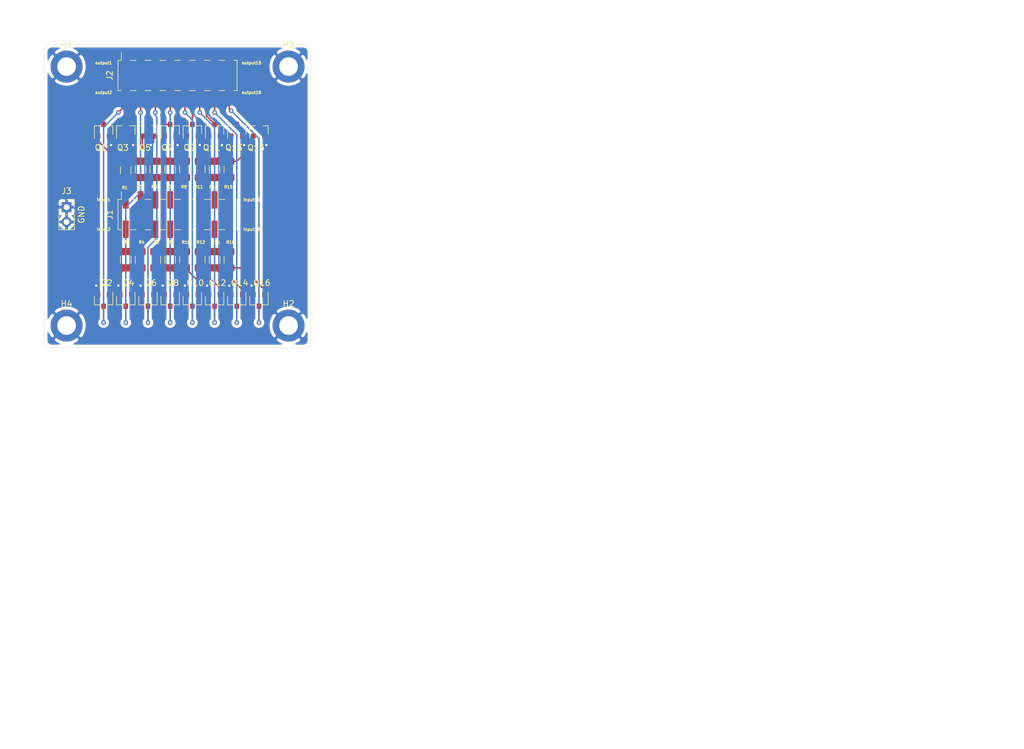
<source format=kicad_pcb>
(kicad_pcb (version 20171130) (host pcbnew "(5.1.2)-2")

  (general
    (thickness 1.6)
    (drawings 17)
    (tracks 182)
    (zones 0)
    (modules 40)
    (nets 50)
  )

  (page A4)
  (layers
    (0 F.Cu signal)
    (31 B.Cu signal)
    (32 B.Adhes user)
    (33 F.Adhes user)
    (34 B.Paste user)
    (35 F.Paste user)
    (36 B.SilkS user)
    (37 F.SilkS user)
    (38 B.Mask user)
    (39 F.Mask user)
    (40 Dwgs.User user)
    (41 Cmts.User user)
    (42 Eco1.User user)
    (43 Eco2.User user)
    (44 Edge.Cuts user)
    (45 Margin user)
    (46 B.CrtYd user)
    (47 F.CrtYd user)
    (48 B.Fab user)
    (49 F.Fab user)
  )

  (setup
    (last_trace_width 0.25)
    (trace_clearance 0.5)
    (zone_clearance 0.508)
    (zone_45_only no)
    (trace_min 0.2)
    (via_size 0.8)
    (via_drill 0.4)
    (via_min_size 0.4)
    (via_min_drill 0.3)
    (uvia_size 0.3)
    (uvia_drill 0.1)
    (uvias_allowed no)
    (uvia_min_size 0.2)
    (uvia_min_drill 0.1)
    (edge_width 0.05)
    (segment_width 0.2)
    (pcb_text_width 0.3)
    (pcb_text_size 1.5 1.5)
    (mod_edge_width 0.12)
    (mod_text_size 1 1)
    (mod_text_width 0.15)
    (pad_size 1.524 1.524)
    (pad_drill 0.762)
    (pad_to_mask_clearance 0.051)
    (solder_mask_min_width 0.25)
    (aux_axis_origin 0 0)
    (visible_elements FFFFFF3F)
    (pcbplotparams
      (layerselection 0x010fc_ffffffff)
      (usegerberextensions false)
      (usegerberattributes false)
      (usegerberadvancedattributes false)
      (creategerberjobfile false)
      (excludeedgelayer true)
      (linewidth 0.100000)
      (plotframeref false)
      (viasonmask false)
      (mode 1)
      (useauxorigin false)
      (hpglpennumber 1)
      (hpglpenspeed 20)
      (hpglpendiameter 15.000000)
      (psnegative false)
      (psa4output false)
      (plotreference true)
      (plotvalue true)
      (plotinvisibletext false)
      (padsonsilk false)
      (subtractmaskfromsilk false)
      (outputformat 1)
      (mirror false)
      (drillshape 1)
      (scaleselection 1)
      (outputdirectory ""))
  )

  (net 0 "")
  (net 1 GND)
  (net 2 output1)
  (net 3 "Net-(Q1-Pad1)")
  (net 4 input1)
  (net 5 input16)
  (net 6 input15)
  (net 7 input14)
  (net 8 input13)
  (net 9 input12)
  (net 10 input11)
  (net 11 input10)
  (net 12 input9)
  (net 13 input8)
  (net 14 input7)
  (net 15 input6)
  (net 16 input5)
  (net 17 input4)
  (net 18 input3)
  (net 19 input2)
  (net 20 output16)
  (net 21 output15)
  (net 22 output14)
  (net 23 output13)
  (net 24 output12)
  (net 25 output11)
  (net 26 output10)
  (net 27 output9)
  (net 28 output8)
  (net 29 output7)
  (net 30 output6)
  (net 31 output5)
  (net 32 output4)
  (net 33 output3)
  (net 34 output2)
  (net 35 "Net-(Q2-Pad1)")
  (net 36 "Net-(Q3-Pad1)")
  (net 37 "Net-(Q4-Pad1)")
  (net 38 "Net-(Q5-Pad1)")
  (net 39 "Net-(Q6-Pad1)")
  (net 40 "Net-(Q7-Pad1)")
  (net 41 "Net-(Q8-Pad1)")
  (net 42 "Net-(Q9-Pad1)")
  (net 43 "Net-(Q10-Pad1)")
  (net 44 "Net-(Q11-Pad1)")
  (net 45 "Net-(Q12-Pad1)")
  (net 46 "Net-(Q13-Pad1)")
  (net 47 "Net-(Q14-Pad1)")
  (net 48 "Net-(Q15-Pad1)")
  (net 49 "Net-(Q16-Pad1)")

  (net_class Default "This is the default net class."
    (clearance 0.5)
    (trace_width 0.25)
    (via_dia 0.8)
    (via_drill 0.4)
    (uvia_dia 0.3)
    (uvia_drill 0.1)
    (add_net GND)
    (add_net "Net-(Q1-Pad1)")
    (add_net "Net-(Q10-Pad1)")
    (add_net "Net-(Q11-Pad1)")
    (add_net "Net-(Q12-Pad1)")
    (add_net "Net-(Q13-Pad1)")
    (add_net "Net-(Q14-Pad1)")
    (add_net "Net-(Q15-Pad1)")
    (add_net "Net-(Q16-Pad1)")
    (add_net "Net-(Q2-Pad1)")
    (add_net "Net-(Q3-Pad1)")
    (add_net "Net-(Q4-Pad1)")
    (add_net "Net-(Q5-Pad1)")
    (add_net "Net-(Q6-Pad1)")
    (add_net "Net-(Q7-Pad1)")
    (add_net "Net-(Q8-Pad1)")
    (add_net "Net-(Q9-Pad1)")
    (add_net input1)
    (add_net input10)
    (add_net input11)
    (add_net input12)
    (add_net input13)
    (add_net input14)
    (add_net input15)
    (add_net input16)
    (add_net input2)
    (add_net input3)
    (add_net input4)
    (add_net input5)
    (add_net input6)
    (add_net input7)
    (add_net input8)
    (add_net input9)
    (add_net output1)
    (add_net output10)
    (add_net output11)
    (add_net output12)
    (add_net output13)
    (add_net output14)
    (add_net output15)
    (add_net output16)
    (add_net output2)
    (add_net output3)
    (add_net output4)
    (add_net output5)
    (add_net output6)
    (add_net output7)
    (add_net output8)
    (add_net output9)
  )

  (module MountingHole:MountingHole_3.2mm_M3_ISO14580_Pad (layer F.Cu) (tedit 56D1B4CB) (tstamp 5E40D5CD)
    (at 120.65 115.57)
    (descr "Mounting Hole 3.2mm, M3, ISO14580")
    (tags "mounting hole 3.2mm m3 iso14580")
    (path /5E8E197A)
    (attr virtual)
    (fp_text reference H4 (at 0 -3.75) (layer F.SilkS)
      (effects (font (size 1 1) (thickness 0.15)))
    )
    (fp_text value MountingHole_Pad (at 0 3.75) (layer F.Fab)
      (effects (font (size 1 1) (thickness 0.15)))
    )
    (fp_circle (center 0 0) (end 3 0) (layer F.CrtYd) (width 0.05))
    (fp_circle (center 0 0) (end 2.75 0) (layer Cmts.User) (width 0.15))
    (fp_text user %R (at 0.3 0) (layer F.Fab)
      (effects (font (size 1 1) (thickness 0.15)))
    )
    (pad 1 thru_hole circle (at 0 0) (size 5.5 5.5) (drill 3.2) (layers *.Cu *.Mask)
      (net 1 GND))
  )

  (module MountingHole:MountingHole_3.2mm_M3_ISO14580_Pad (layer F.Cu) (tedit 56D1B4CB) (tstamp 5E40D5C5)
    (at 158.75 71.12)
    (descr "Mounting Hole 3.2mm, M3, ISO14580")
    (tags "mounting hole 3.2mm m3 iso14580")
    (path /5E8E171A)
    (attr virtual)
    (fp_text reference H3 (at 0 -3.75) (layer F.SilkS)
      (effects (font (size 1 1) (thickness 0.15)))
    )
    (fp_text value MountingHole_Pad (at 0 3.75) (layer F.Fab)
      (effects (font (size 1 1) (thickness 0.15)))
    )
    (fp_circle (center 0 0) (end 3 0) (layer F.CrtYd) (width 0.05))
    (fp_circle (center 0 0) (end 2.75 0) (layer Cmts.User) (width 0.15))
    (fp_text user %R (at 0.3 0) (layer F.Fab)
      (effects (font (size 1 1) (thickness 0.15)))
    )
    (pad 1 thru_hole circle (at 0 0) (size 5.5 5.5) (drill 3.2) (layers *.Cu *.Mask)
      (net 1 GND))
  )

  (module MountingHole:MountingHole_3.2mm_M3_ISO14580_Pad (layer F.Cu) (tedit 56D1B4CB) (tstamp 5E40D5BD)
    (at 158.75 115.57)
    (descr "Mounting Hole 3.2mm, M3, ISO14580")
    (tags "mounting hole 3.2mm m3 iso14580")
    (path /5E8E1502)
    (attr virtual)
    (fp_text reference H2 (at 0 -3.75) (layer F.SilkS)
      (effects (font (size 1 1) (thickness 0.15)))
    )
    (fp_text value MountingHole_Pad (at 0 3.75) (layer F.Fab)
      (effects (font (size 1 1) (thickness 0.15)))
    )
    (fp_circle (center 0 0) (end 3 0) (layer F.CrtYd) (width 0.05))
    (fp_circle (center 0 0) (end 2.75 0) (layer Cmts.User) (width 0.15))
    (fp_text user %R (at 0.3 0) (layer F.Fab)
      (effects (font (size 1 1) (thickness 0.15)))
    )
    (pad 1 thru_hole circle (at 0 0) (size 5.5 5.5) (drill 3.2) (layers *.Cu *.Mask)
      (net 1 GND))
  )

  (module MountingHole:MountingHole_3.2mm_M3_ISO14580_Pad (layer F.Cu) (tedit 56D1B4CB) (tstamp 5E40D5B5)
    (at 120.65 71.12)
    (descr "Mounting Hole 3.2mm, M3, ISO14580")
    (tags "mounting hole 3.2mm m3 iso14580")
    (path /5E8E0B2F)
    (attr virtual)
    (fp_text reference H1 (at 0 -3.75) (layer F.SilkS)
      (effects (font (size 1 1) (thickness 0.15)))
    )
    (fp_text value MountingHole_Pad (at 0 3.75) (layer F.Fab)
      (effects (font (size 1 1) (thickness 0.15)))
    )
    (fp_circle (center 0 0) (end 3 0) (layer F.CrtYd) (width 0.05))
    (fp_circle (center 0 0) (end 2.75 0) (layer Cmts.User) (width 0.15))
    (fp_text user %R (at 0.3 0) (layer F.Fab)
      (effects (font (size 1 1) (thickness 0.15)))
    )
    (pad 1 thru_hole circle (at 0 0) (size 5.5 5.5) (drill 3.2) (layers *.Cu *.Mask)
      (net 1 GND))
  )

  (module "" (layer F.Cu) (tedit 0) (tstamp 0)
    (at 162.56 73.66)
    (fp_text reference "" (at 121.92 114.3) (layer F.SilkS)
      (effects (font (size 1.27 1.27) (thickness 0.15)))
    )
    (fp_text value "" (at 121.92 114.3) (layer F.SilkS)
      (effects (font (size 1.27 1.27) (thickness 0.15)))
    )
    (fp_text user %R (at 122.22 114.3) (layer F.Fab)
      (effects (font (size 1 1) (thickness 0.15)))
    )
  )

  (module Resistor_SMD:R_1206_3216Metric (layer F.Cu) (tedit 5B301BBD) (tstamp 5E3FF134)
    (at 148.59 104.27 90)
    (descr "Resistor SMD 1206 (3216 Metric), square (rectangular) end terminal, IPC_7351 nominal, (Body size source: http://www.tortai-tech.com/upload/download/2011102023233369053.pdf), generated with kicad-footprint-generator")
    (tags resistor)
    (path /5E831203)
    (attr smd)
    (fp_text reference R16 (at 3 0.18 180) (layer F.SilkS)
      (effects (font (size 0.5 0.5) (thickness 0.125)))
    )
    (fp_text value 10k (at 0 1.82 90) (layer F.Fab)
      (effects (font (size 0.5 0.5) (thickness 0.15)))
    )
    (fp_text user %R (at 0 0 90) (layer F.Fab)
      (effects (font (size 0.5 0.5) (thickness 0.12)))
    )
    (fp_line (start 2.28 1.12) (end -2.28 1.12) (layer F.CrtYd) (width 0.05))
    (fp_line (start 2.28 -1.12) (end 2.28 1.12) (layer F.CrtYd) (width 0.05))
    (fp_line (start -2.28 -1.12) (end 2.28 -1.12) (layer F.CrtYd) (width 0.05))
    (fp_line (start -2.28 1.12) (end -2.28 -1.12) (layer F.CrtYd) (width 0.05))
    (fp_line (start -0.602064 0.91) (end 0.602064 0.91) (layer F.SilkS) (width 0.12))
    (fp_line (start -0.602064 -0.91) (end 0.602064 -0.91) (layer F.SilkS) (width 0.12))
    (fp_line (start 1.6 0.8) (end -1.6 0.8) (layer F.Fab) (width 0.1))
    (fp_line (start 1.6 -0.8) (end 1.6 0.8) (layer F.Fab) (width 0.1))
    (fp_line (start -1.6 -0.8) (end 1.6 -0.8) (layer F.Fab) (width 0.1))
    (fp_line (start -1.6 0.8) (end -1.6 -0.8) (layer F.Fab) (width 0.1))
    (pad 2 smd roundrect (at 1.4 0 90) (size 1.25 1.75) (layers F.Cu F.Paste F.Mask) (roundrect_rratio 0.2)
      (net 5 input16))
    (pad 1 smd roundrect (at -1.4 0 90) (size 1.25 1.75) (layers F.Cu F.Paste F.Mask) (roundrect_rratio 0.2)
      (net 49 "Net-(Q16-Pad1)"))
    (model ${KISYS3DMOD}/Resistor_SMD.3dshapes/R_1206_3216Metric.wrl
      (at (xyz 0 0 0))
      (scale (xyz 1 1 1))
      (rotate (xyz 0 0 0))
    )
  )

  (module Resistor_SMD:R_1206_3216Metric (layer F.Cu) (tedit 5B301BBD) (tstamp 5E3FF123)
    (at 148.59 88.77 270)
    (descr "Resistor SMD 1206 (3216 Metric), square (rectangular) end terminal, IPC_7351 nominal, (Body size source: http://www.tortai-tech.com/upload/download/2011102023233369053.pdf), generated with kicad-footprint-generator")
    (tags resistor)
    (path /5E82CCBE)
    (attr smd)
    (fp_text reference R15 (at 3 0.18 180) (layer F.SilkS)
      (effects (font (size 0.5 0.5) (thickness 0.15)))
    )
    (fp_text value 10k (at 0 1.82 90) (layer F.Fab)
      (effects (font (size 0.5 0.5) (thickness 0.15)))
    )
    (fp_text user %R (at 0 0 90) (layer F.Fab)
      (effects (font (size 0.5 0.5) (thickness 0.12)))
    )
    (fp_line (start 2.28 1.12) (end -2.28 1.12) (layer F.CrtYd) (width 0.05))
    (fp_line (start 2.28 -1.12) (end 2.28 1.12) (layer F.CrtYd) (width 0.05))
    (fp_line (start -2.28 -1.12) (end 2.28 -1.12) (layer F.CrtYd) (width 0.05))
    (fp_line (start -2.28 1.12) (end -2.28 -1.12) (layer F.CrtYd) (width 0.05))
    (fp_line (start -0.602064 0.91) (end 0.602064 0.91) (layer F.SilkS) (width 0.12))
    (fp_line (start -0.602064 -0.91) (end 0.602064 -0.91) (layer F.SilkS) (width 0.12))
    (fp_line (start 1.6 0.8) (end -1.6 0.8) (layer F.Fab) (width 0.1))
    (fp_line (start 1.6 -0.8) (end 1.6 0.8) (layer F.Fab) (width 0.1))
    (fp_line (start -1.6 -0.8) (end 1.6 -0.8) (layer F.Fab) (width 0.1))
    (fp_line (start -1.6 0.8) (end -1.6 -0.8) (layer F.Fab) (width 0.1))
    (pad 2 smd roundrect (at 1.4 0 270) (size 1.25 1.75) (layers F.Cu F.Paste F.Mask) (roundrect_rratio 0.2)
      (net 6 input15))
    (pad 1 smd roundrect (at -1.4 0 270) (size 1.25 1.75) (layers F.Cu F.Paste F.Mask) (roundrect_rratio 0.2)
      (net 48 "Net-(Q15-Pad1)"))
    (model ${KISYS3DMOD}/Resistor_SMD.3dshapes/R_1206_3216Metric.wrl
      (at (xyz 0 0 0))
      (scale (xyz 1 1 1))
      (rotate (xyz 0 0 0))
    )
  )

  (module Resistor_SMD:R_1206_3216Metric (layer F.Cu) (tedit 5B301BBD) (tstamp 5E3FF112)
    (at 146.05 104.27 90)
    (descr "Resistor SMD 1206 (3216 Metric), square (rectangular) end terminal, IPC_7351 nominal, (Body size source: http://www.tortai-tech.com/upload/download/2011102023233369053.pdf), generated with kicad-footprint-generator")
    (tags resistor)
    (path /5E828D21)
    (attr smd)
    (fp_text reference R14 (at 3 0.18 180) (layer F.SilkS)
      (effects (font (size 0.5 0.5) (thickness 0.125)))
    )
    (fp_text value 10k (at 0 1.82 90) (layer F.Fab)
      (effects (font (size 0.5 0.5) (thickness 0.15)))
    )
    (fp_text user %R (at 0 0 90) (layer F.Fab)
      (effects (font (size 0.5 0.5) (thickness 0.12)))
    )
    (fp_line (start 2.28 1.12) (end -2.28 1.12) (layer F.CrtYd) (width 0.05))
    (fp_line (start 2.28 -1.12) (end 2.28 1.12) (layer F.CrtYd) (width 0.05))
    (fp_line (start -2.28 -1.12) (end 2.28 -1.12) (layer F.CrtYd) (width 0.05))
    (fp_line (start -2.28 1.12) (end -2.28 -1.12) (layer F.CrtYd) (width 0.05))
    (fp_line (start -0.602064 0.91) (end 0.602064 0.91) (layer F.SilkS) (width 0.12))
    (fp_line (start -0.602064 -0.91) (end 0.602064 -0.91) (layer F.SilkS) (width 0.12))
    (fp_line (start 1.6 0.8) (end -1.6 0.8) (layer F.Fab) (width 0.1))
    (fp_line (start 1.6 -0.8) (end 1.6 0.8) (layer F.Fab) (width 0.1))
    (fp_line (start -1.6 -0.8) (end 1.6 -0.8) (layer F.Fab) (width 0.1))
    (fp_line (start -1.6 0.8) (end -1.6 -0.8) (layer F.Fab) (width 0.1))
    (pad 2 smd roundrect (at 1.4 0 90) (size 1.25 1.75) (layers F.Cu F.Paste F.Mask) (roundrect_rratio 0.2)
      (net 7 input14))
    (pad 1 smd roundrect (at -1.4 0 90) (size 1.25 1.75) (layers F.Cu F.Paste F.Mask) (roundrect_rratio 0.2)
      (net 47 "Net-(Q14-Pad1)"))
    (model ${KISYS3DMOD}/Resistor_SMD.3dshapes/R_1206_3216Metric.wrl
      (at (xyz 0 0 0))
      (scale (xyz 1 1 1))
      (rotate (xyz 0 0 0))
    )
  )

  (module Resistor_SMD:R_1206_3216Metric (layer F.Cu) (tedit 5B301BBD) (tstamp 5E3FF101)
    (at 146.05 88.77 270)
    (descr "Resistor SMD 1206 (3216 Metric), square (rectangular) end terminal, IPC_7351 nominal, (Body size source: http://www.tortai-tech.com/upload/download/2011102023233369053.pdf), generated with kicad-footprint-generator")
    (tags resistor)
    (path /5E824F6C)
    (attr smd)
    (fp_text reference R13 (at 3 0.18 180) (layer F.SilkS)
      (effects (font (size 0.5 0.5) (thickness 0.15)))
    )
    (fp_text value 10k (at 0 1.82 90) (layer F.Fab)
      (effects (font (size 0.5 0.5) (thickness 0.15)))
    )
    (fp_text user %R (at 0 0 90) (layer F.Fab)
      (effects (font (size 0.5 0.5) (thickness 0.12)))
    )
    (fp_line (start 2.28 1.12) (end -2.28 1.12) (layer F.CrtYd) (width 0.05))
    (fp_line (start 2.28 -1.12) (end 2.28 1.12) (layer F.CrtYd) (width 0.05))
    (fp_line (start -2.28 -1.12) (end 2.28 -1.12) (layer F.CrtYd) (width 0.05))
    (fp_line (start -2.28 1.12) (end -2.28 -1.12) (layer F.CrtYd) (width 0.05))
    (fp_line (start -0.602064 0.91) (end 0.602064 0.91) (layer F.SilkS) (width 0.12))
    (fp_line (start -0.602064 -0.91) (end 0.602064 -0.91) (layer F.SilkS) (width 0.12))
    (fp_line (start 1.6 0.8) (end -1.6 0.8) (layer F.Fab) (width 0.1))
    (fp_line (start 1.6 -0.8) (end 1.6 0.8) (layer F.Fab) (width 0.1))
    (fp_line (start -1.6 -0.8) (end 1.6 -0.8) (layer F.Fab) (width 0.1))
    (fp_line (start -1.6 0.8) (end -1.6 -0.8) (layer F.Fab) (width 0.1))
    (pad 2 smd roundrect (at 1.4 0 270) (size 1.25 1.75) (layers F.Cu F.Paste F.Mask) (roundrect_rratio 0.2)
      (net 8 input13))
    (pad 1 smd roundrect (at -1.4 0 270) (size 1.25 1.75) (layers F.Cu F.Paste F.Mask) (roundrect_rratio 0.2)
      (net 46 "Net-(Q13-Pad1)"))
    (model ${KISYS3DMOD}/Resistor_SMD.3dshapes/R_1206_3216Metric.wrl
      (at (xyz 0 0 0))
      (scale (xyz 1 1 1))
      (rotate (xyz 0 0 0))
    )
  )

  (module Resistor_SMD:R_1206_3216Metric (layer F.Cu) (tedit 5B301BBD) (tstamp 5E3FF0F0)
    (at 143.51 104.27 90)
    (descr "Resistor SMD 1206 (3216 Metric), square (rectangular) end terminal, IPC_7351 nominal, (Body size source: http://www.tortai-tech.com/upload/download/2011102023233369053.pdf), generated with kicad-footprint-generator")
    (tags resistor)
    (path /5E8214EB)
    (attr smd)
    (fp_text reference R12 (at 3 0.18 180) (layer F.SilkS)
      (effects (font (size 0.5 0.5) (thickness 0.125)))
    )
    (fp_text value 10k (at 0 1.82 90) (layer F.Fab)
      (effects (font (size 0.5 0.5) (thickness 0.15)))
    )
    (fp_text user %R (at 0 0 90) (layer F.Fab)
      (effects (font (size 0.5 0.5) (thickness 0.12)))
    )
    (fp_line (start 2.28 1.12) (end -2.28 1.12) (layer F.CrtYd) (width 0.05))
    (fp_line (start 2.28 -1.12) (end 2.28 1.12) (layer F.CrtYd) (width 0.05))
    (fp_line (start -2.28 -1.12) (end 2.28 -1.12) (layer F.CrtYd) (width 0.05))
    (fp_line (start -2.28 1.12) (end -2.28 -1.12) (layer F.CrtYd) (width 0.05))
    (fp_line (start -0.602064 0.91) (end 0.602064 0.91) (layer F.SilkS) (width 0.12))
    (fp_line (start -0.602064 -0.91) (end 0.602064 -0.91) (layer F.SilkS) (width 0.12))
    (fp_line (start 1.6 0.8) (end -1.6 0.8) (layer F.Fab) (width 0.1))
    (fp_line (start 1.6 -0.8) (end 1.6 0.8) (layer F.Fab) (width 0.1))
    (fp_line (start -1.6 -0.8) (end 1.6 -0.8) (layer F.Fab) (width 0.1))
    (fp_line (start -1.6 0.8) (end -1.6 -0.8) (layer F.Fab) (width 0.1))
    (pad 2 smd roundrect (at 1.4 0 90) (size 1.25 1.75) (layers F.Cu F.Paste F.Mask) (roundrect_rratio 0.2)
      (net 9 input12))
    (pad 1 smd roundrect (at -1.4 0 90) (size 1.25 1.75) (layers F.Cu F.Paste F.Mask) (roundrect_rratio 0.2)
      (net 45 "Net-(Q12-Pad1)"))
    (model ${KISYS3DMOD}/Resistor_SMD.3dshapes/R_1206_3216Metric.wrl
      (at (xyz 0 0 0))
      (scale (xyz 1 1 1))
      (rotate (xyz 0 0 0))
    )
  )

  (module Resistor_SMD:R_1206_3216Metric (layer F.Cu) (tedit 5B301BBD) (tstamp 5E3FF0DF)
    (at 143.51 88.77 270)
    (descr "Resistor SMD 1206 (3216 Metric), square (rectangular) end terminal, IPC_7351 nominal, (Body size source: http://www.tortai-tech.com/upload/download/2011102023233369053.pdf), generated with kicad-footprint-generator")
    (tags resistor)
    (path /5E81E3A6)
    (attr smd)
    (fp_text reference R11 (at 3 0.18 180) (layer F.SilkS)
      (effects (font (size 0.5 0.5) (thickness 0.15)))
    )
    (fp_text value 10k (at 0 1.82 90) (layer F.Fab)
      (effects (font (size 0.5 0.5) (thickness 0.15)))
    )
    (fp_text user %R (at 0 0 90) (layer F.Fab)
      (effects (font (size 0.5 0.5) (thickness 0.12)))
    )
    (fp_line (start 2.28 1.12) (end -2.28 1.12) (layer F.CrtYd) (width 0.05))
    (fp_line (start 2.28 -1.12) (end 2.28 1.12) (layer F.CrtYd) (width 0.05))
    (fp_line (start -2.28 -1.12) (end 2.28 -1.12) (layer F.CrtYd) (width 0.05))
    (fp_line (start -2.28 1.12) (end -2.28 -1.12) (layer F.CrtYd) (width 0.05))
    (fp_line (start -0.602064 0.91) (end 0.602064 0.91) (layer F.SilkS) (width 0.12))
    (fp_line (start -0.602064 -0.91) (end 0.602064 -0.91) (layer F.SilkS) (width 0.12))
    (fp_line (start 1.6 0.8) (end -1.6 0.8) (layer F.Fab) (width 0.1))
    (fp_line (start 1.6 -0.8) (end 1.6 0.8) (layer F.Fab) (width 0.1))
    (fp_line (start -1.6 -0.8) (end 1.6 -0.8) (layer F.Fab) (width 0.1))
    (fp_line (start -1.6 0.8) (end -1.6 -0.8) (layer F.Fab) (width 0.1))
    (pad 2 smd roundrect (at 1.4 0 270) (size 1.25 1.75) (layers F.Cu F.Paste F.Mask) (roundrect_rratio 0.2)
      (net 10 input11))
    (pad 1 smd roundrect (at -1.4 0 270) (size 1.25 1.75) (layers F.Cu F.Paste F.Mask) (roundrect_rratio 0.2)
      (net 44 "Net-(Q11-Pad1)"))
    (model ${KISYS3DMOD}/Resistor_SMD.3dshapes/R_1206_3216Metric.wrl
      (at (xyz 0 0 0))
      (scale (xyz 1 1 1))
      (rotate (xyz 0 0 0))
    )
  )

  (module Resistor_SMD:R_1206_3216Metric (layer F.Cu) (tedit 5B301BBD) (tstamp 5E3FF0CE)
    (at 140.97 104.27 90)
    (descr "Resistor SMD 1206 (3216 Metric), square (rectangular) end terminal, IPC_7351 nominal, (Body size source: http://www.tortai-tech.com/upload/download/2011102023233369053.pdf), generated with kicad-footprint-generator")
    (tags resistor)
    (path /5E81B22F)
    (attr smd)
    (fp_text reference R10 (at 3 0.18 180) (layer F.SilkS)
      (effects (font (size 0.5 0.5) (thickness 0.15)))
    )
    (fp_text value 10k (at 0 1.82 90) (layer F.Fab)
      (effects (font (size 0.5 0.5) (thickness 0.15)))
    )
    (fp_text user %R (at 0 0 90) (layer F.Fab)
      (effects (font (size 0.5 0.5) (thickness 0.12)))
    )
    (fp_line (start 2.28 1.12) (end -2.28 1.12) (layer F.CrtYd) (width 0.05))
    (fp_line (start 2.28 -1.12) (end 2.28 1.12) (layer F.CrtYd) (width 0.05))
    (fp_line (start -2.28 -1.12) (end 2.28 -1.12) (layer F.CrtYd) (width 0.05))
    (fp_line (start -2.28 1.12) (end -2.28 -1.12) (layer F.CrtYd) (width 0.05))
    (fp_line (start -0.602064 0.91) (end 0.602064 0.91) (layer F.SilkS) (width 0.12))
    (fp_line (start -0.602064 -0.91) (end 0.602064 -0.91) (layer F.SilkS) (width 0.12))
    (fp_line (start 1.6 0.8) (end -1.6 0.8) (layer F.Fab) (width 0.1))
    (fp_line (start 1.6 -0.8) (end 1.6 0.8) (layer F.Fab) (width 0.1))
    (fp_line (start -1.6 -0.8) (end 1.6 -0.8) (layer F.Fab) (width 0.1))
    (fp_line (start -1.6 0.8) (end -1.6 -0.8) (layer F.Fab) (width 0.1))
    (pad 2 smd roundrect (at 1.4 0 90) (size 1.25 1.75) (layers F.Cu F.Paste F.Mask) (roundrect_rratio 0.2)
      (net 11 input10))
    (pad 1 smd roundrect (at -1.4 0 90) (size 1.25 1.75) (layers F.Cu F.Paste F.Mask) (roundrect_rratio 0.2)
      (net 43 "Net-(Q10-Pad1)"))
    (model ${KISYS3DMOD}/Resistor_SMD.3dshapes/R_1206_3216Metric.wrl
      (at (xyz 0 0 0))
      (scale (xyz 1 1 1))
      (rotate (xyz 0 0 0))
    )
  )

  (module Resistor_SMD:R_1206_3216Metric (layer F.Cu) (tedit 5B301BBD) (tstamp 5E3FF0BD)
    (at 140.97 88.77 270)
    (descr "Resistor SMD 1206 (3216 Metric), square (rectangular) end terminal, IPC_7351 nominal, (Body size source: http://www.tortai-tech.com/upload/download/2011102023233369053.pdf), generated with kicad-footprint-generator")
    (tags resistor)
    (path /5E8181C0)
    (attr smd)
    (fp_text reference R9 (at 3 0.18 180) (layer F.SilkS)
      (effects (font (size 0.5 0.5) (thickness 0.15)))
    )
    (fp_text value 10k (at 0 1.82 90) (layer F.Fab)
      (effects (font (size 0.5 0.5) (thickness 0.15)))
    )
    (fp_text user %R (at 0 0 90) (layer F.Fab)
      (effects (font (size 0.5 0.5) (thickness 0.12)))
    )
    (fp_line (start 2.28 1.12) (end -2.28 1.12) (layer F.CrtYd) (width 0.05))
    (fp_line (start 2.28 -1.12) (end 2.28 1.12) (layer F.CrtYd) (width 0.05))
    (fp_line (start -2.28 -1.12) (end 2.28 -1.12) (layer F.CrtYd) (width 0.05))
    (fp_line (start -2.28 1.12) (end -2.28 -1.12) (layer F.CrtYd) (width 0.05))
    (fp_line (start -0.602064 0.91) (end 0.602064 0.91) (layer F.SilkS) (width 0.12))
    (fp_line (start -0.602064 -0.91) (end 0.602064 -0.91) (layer F.SilkS) (width 0.12))
    (fp_line (start 1.6 0.8) (end -1.6 0.8) (layer F.Fab) (width 0.1))
    (fp_line (start 1.6 -0.8) (end 1.6 0.8) (layer F.Fab) (width 0.1))
    (fp_line (start -1.6 -0.8) (end 1.6 -0.8) (layer F.Fab) (width 0.1))
    (fp_line (start -1.6 0.8) (end -1.6 -0.8) (layer F.Fab) (width 0.1))
    (pad 2 smd roundrect (at 1.4 0 270) (size 1.25 1.75) (layers F.Cu F.Paste F.Mask) (roundrect_rratio 0.2)
      (net 12 input9))
    (pad 1 smd roundrect (at -1.4 0 270) (size 1.25 1.75) (layers F.Cu F.Paste F.Mask) (roundrect_rratio 0.2)
      (net 42 "Net-(Q9-Pad1)"))
    (model ${KISYS3DMOD}/Resistor_SMD.3dshapes/R_1206_3216Metric.wrl
      (at (xyz 0 0 0))
      (scale (xyz 1 1 1))
      (rotate (xyz 0 0 0))
    )
  )

  (module Resistor_SMD:R_1206_3216Metric (layer F.Cu) (tedit 5B301BBD) (tstamp 5E3FF0AC)
    (at 138.43 104.27 90)
    (descr "Resistor SMD 1206 (3216 Metric), square (rectangular) end terminal, IPC_7351 nominal, (Body size source: http://www.tortai-tech.com/upload/download/2011102023233369053.pdf), generated with kicad-footprint-generator")
    (tags resistor)
    (path /5E815D1B)
    (attr smd)
    (fp_text reference R8 (at 3 0.18 180) (layer F.SilkS)
      (effects (font (size 0.5 0.5) (thickness 0.15)))
    )
    (fp_text value 10k (at 0 1.82 90) (layer F.Fab)
      (effects (font (size 0.5 0.5) (thickness 0.15)))
    )
    (fp_text user %R (at 0 0 90) (layer F.Fab)
      (effects (font (size 0.5 0.5) (thickness 0.12)))
    )
    (fp_line (start 2.28 1.12) (end -2.28 1.12) (layer F.CrtYd) (width 0.05))
    (fp_line (start 2.28 -1.12) (end 2.28 1.12) (layer F.CrtYd) (width 0.05))
    (fp_line (start -2.28 -1.12) (end 2.28 -1.12) (layer F.CrtYd) (width 0.05))
    (fp_line (start -2.28 1.12) (end -2.28 -1.12) (layer F.CrtYd) (width 0.05))
    (fp_line (start -0.602064 0.91) (end 0.602064 0.91) (layer F.SilkS) (width 0.12))
    (fp_line (start -0.602064 -0.91) (end 0.602064 -0.91) (layer F.SilkS) (width 0.12))
    (fp_line (start 1.6 0.8) (end -1.6 0.8) (layer F.Fab) (width 0.1))
    (fp_line (start 1.6 -0.8) (end 1.6 0.8) (layer F.Fab) (width 0.1))
    (fp_line (start -1.6 -0.8) (end 1.6 -0.8) (layer F.Fab) (width 0.1))
    (fp_line (start -1.6 0.8) (end -1.6 -0.8) (layer F.Fab) (width 0.1))
    (pad 2 smd roundrect (at 1.4 0 90) (size 1.25 1.75) (layers F.Cu F.Paste F.Mask) (roundrect_rratio 0.2)
      (net 13 input8))
    (pad 1 smd roundrect (at -1.4 0 90) (size 1.25 1.75) (layers F.Cu F.Paste F.Mask) (roundrect_rratio 0.2)
      (net 41 "Net-(Q8-Pad1)"))
    (model ${KISYS3DMOD}/Resistor_SMD.3dshapes/R_1206_3216Metric.wrl
      (at (xyz 0 0 0))
      (scale (xyz 1 1 1))
      (rotate (xyz 0 0 0))
    )
  )

  (module Resistor_SMD:R_1206_3216Metric (layer F.Cu) (tedit 5B301BBD) (tstamp 5E3FF09B)
    (at 138.43 88.77 270)
    (descr "Resistor SMD 1206 (3216 Metric), square (rectangular) end terminal, IPC_7351 nominal, (Body size source: http://www.tortai-tech.com/upload/download/2011102023233369053.pdf), generated with kicad-footprint-generator")
    (tags resistor)
    (path /5E8131C6)
    (attr smd)
    (fp_text reference R7 (at 3 0.18 180) (layer F.SilkS)
      (effects (font (size 0.5 0.5) (thickness 0.15)))
    )
    (fp_text value 10k (at 0 1.82 90) (layer F.Fab)
      (effects (font (size 0.5 0.5) (thickness 0.15)))
    )
    (fp_text user %R (at 0 0 90) (layer F.Fab)
      (effects (font (size 0.5 0.5) (thickness 0.12)))
    )
    (fp_line (start 2.28 1.12) (end -2.28 1.12) (layer F.CrtYd) (width 0.05))
    (fp_line (start 2.28 -1.12) (end 2.28 1.12) (layer F.CrtYd) (width 0.05))
    (fp_line (start -2.28 -1.12) (end 2.28 -1.12) (layer F.CrtYd) (width 0.05))
    (fp_line (start -2.28 1.12) (end -2.28 -1.12) (layer F.CrtYd) (width 0.05))
    (fp_line (start -0.602064 0.91) (end 0.602064 0.91) (layer F.SilkS) (width 0.12))
    (fp_line (start -0.602064 -0.91) (end 0.602064 -0.91) (layer F.SilkS) (width 0.12))
    (fp_line (start 1.6 0.8) (end -1.6 0.8) (layer F.Fab) (width 0.1))
    (fp_line (start 1.6 -0.8) (end 1.6 0.8) (layer F.Fab) (width 0.1))
    (fp_line (start -1.6 -0.8) (end 1.6 -0.8) (layer F.Fab) (width 0.1))
    (fp_line (start -1.6 0.8) (end -1.6 -0.8) (layer F.Fab) (width 0.1))
    (pad 2 smd roundrect (at 1.4 0 270) (size 1.25 1.75) (layers F.Cu F.Paste F.Mask) (roundrect_rratio 0.2)
      (net 14 input7))
    (pad 1 smd roundrect (at -1.4 0 270) (size 1.25 1.75) (layers F.Cu F.Paste F.Mask) (roundrect_rratio 0.2)
      (net 40 "Net-(Q7-Pad1)"))
    (model ${KISYS3DMOD}/Resistor_SMD.3dshapes/R_1206_3216Metric.wrl
      (at (xyz 0 0 0))
      (scale (xyz 1 1 1))
      (rotate (xyz 0 0 0))
    )
  )

  (module Resistor_SMD:R_1206_3216Metric (layer F.Cu) (tedit 5B301BBD) (tstamp 5E3FF08A)
    (at 135.89 104.27 90)
    (descr "Resistor SMD 1206 (3216 Metric), square (rectangular) end terminal, IPC_7351 nominal, (Body size source: http://www.tortai-tech.com/upload/download/2011102023233369053.pdf), generated with kicad-footprint-generator")
    (tags resistor)
    (path /5E80E3E0)
    (attr smd)
    (fp_text reference R6 (at 3 0.18 180) (layer F.SilkS)
      (effects (font (size 0.5 0.5) (thickness 0.15)))
    )
    (fp_text value 10k (at 0 1.82 90) (layer F.Fab)
      (effects (font (size 0.5 0.5) (thickness 0.15)))
    )
    (fp_text user %R (at 0 0 90) (layer F.Fab)
      (effects (font (size 0.5 0.5) (thickness 0.12)))
    )
    (fp_line (start 2.28 1.12) (end -2.28 1.12) (layer F.CrtYd) (width 0.05))
    (fp_line (start 2.28 -1.12) (end 2.28 1.12) (layer F.CrtYd) (width 0.05))
    (fp_line (start -2.28 -1.12) (end 2.28 -1.12) (layer F.CrtYd) (width 0.05))
    (fp_line (start -2.28 1.12) (end -2.28 -1.12) (layer F.CrtYd) (width 0.05))
    (fp_line (start -0.602064 0.91) (end 0.602064 0.91) (layer F.SilkS) (width 0.12))
    (fp_line (start -0.602064 -0.91) (end 0.602064 -0.91) (layer F.SilkS) (width 0.12))
    (fp_line (start 1.6 0.8) (end -1.6 0.8) (layer F.Fab) (width 0.1))
    (fp_line (start 1.6 -0.8) (end 1.6 0.8) (layer F.Fab) (width 0.1))
    (fp_line (start -1.6 -0.8) (end 1.6 -0.8) (layer F.Fab) (width 0.1))
    (fp_line (start -1.6 0.8) (end -1.6 -0.8) (layer F.Fab) (width 0.1))
    (pad 2 smd roundrect (at 1.4 0 90) (size 1.25 1.75) (layers F.Cu F.Paste F.Mask) (roundrect_rratio 0.2)
      (net 15 input6))
    (pad 1 smd roundrect (at -1.4 0 90) (size 1.25 1.75) (layers F.Cu F.Paste F.Mask) (roundrect_rratio 0.2)
      (net 39 "Net-(Q6-Pad1)"))
    (model ${KISYS3DMOD}/Resistor_SMD.3dshapes/R_1206_3216Metric.wrl
      (at (xyz 0 0 0))
      (scale (xyz 1 1 1))
      (rotate (xyz 0 0 0))
    )
  )

  (module Resistor_SMD:R_1206_3216Metric (layer F.Cu) (tedit 5B301BBD) (tstamp 5E3FF079)
    (at 135.89 88.77 270)
    (descr "Resistor SMD 1206 (3216 Metric), square (rectangular) end terminal, IPC_7351 nominal, (Body size source: http://www.tortai-tech.com/upload/download/2011102023233369053.pdf), generated with kicad-footprint-generator")
    (tags resistor)
    (path /5E80C66B)
    (attr smd)
    (fp_text reference R5 (at 3 0.18 180) (layer F.SilkS)
      (effects (font (size 0.5 0.5) (thickness 0.15)))
    )
    (fp_text value 10k (at 0 1.82 90) (layer F.Fab)
      (effects (font (size 0.5 0.5) (thickness 0.15)))
    )
    (fp_text user %R (at 0 0 90) (layer F.Fab)
      (effects (font (size 0.5 0.5) (thickness 0.12)))
    )
    (fp_line (start 2.28 1.12) (end -2.28 1.12) (layer F.CrtYd) (width 0.05))
    (fp_line (start 2.28 -1.12) (end 2.28 1.12) (layer F.CrtYd) (width 0.05))
    (fp_line (start -2.28 -1.12) (end 2.28 -1.12) (layer F.CrtYd) (width 0.05))
    (fp_line (start -2.28 1.12) (end -2.28 -1.12) (layer F.CrtYd) (width 0.05))
    (fp_line (start -0.602064 0.91) (end 0.602064 0.91) (layer F.SilkS) (width 0.12))
    (fp_line (start -0.602064 -0.91) (end 0.602064 -0.91) (layer F.SilkS) (width 0.12))
    (fp_line (start 1.6 0.8) (end -1.6 0.8) (layer F.Fab) (width 0.1))
    (fp_line (start 1.6 -0.8) (end 1.6 0.8) (layer F.Fab) (width 0.1))
    (fp_line (start -1.6 -0.8) (end 1.6 -0.8) (layer F.Fab) (width 0.1))
    (fp_line (start -1.6 0.8) (end -1.6 -0.8) (layer F.Fab) (width 0.1))
    (pad 2 smd roundrect (at 1.4 0 270) (size 1.25 1.75) (layers F.Cu F.Paste F.Mask) (roundrect_rratio 0.2)
      (net 16 input5))
    (pad 1 smd roundrect (at -1.4 0 270) (size 1.25 1.75) (layers F.Cu F.Paste F.Mask) (roundrect_rratio 0.2)
      (net 38 "Net-(Q5-Pad1)"))
    (model ${KISYS3DMOD}/Resistor_SMD.3dshapes/R_1206_3216Metric.wrl
      (at (xyz 0 0 0))
      (scale (xyz 1 1 1))
      (rotate (xyz 0 0 0))
    )
  )

  (module Resistor_SMD:R_1206_3216Metric (layer F.Cu) (tedit 5B301BBD) (tstamp 5E3FF068)
    (at 133.35 104.27 90)
    (descr "Resistor SMD 1206 (3216 Metric), square (rectangular) end terminal, IPC_7351 nominal, (Body size source: http://www.tortai-tech.com/upload/download/2011102023233369053.pdf), generated with kicad-footprint-generator")
    (tags resistor)
    (path /5E80A570)
    (attr smd)
    (fp_text reference R4 (at 3 0.18 180) (layer F.SilkS)
      (effects (font (size 0.5 0.5) (thickness 0.15)))
    )
    (fp_text value 10k (at 0 1.82 90) (layer F.Fab)
      (effects (font (size 0.5 0.5) (thickness 0.15)))
    )
    (fp_text user %R (at 0 0 90) (layer F.Fab)
      (effects (font (size 0.5 0.5) (thickness 0.12)))
    )
    (fp_line (start 2.28 1.12) (end -2.28 1.12) (layer F.CrtYd) (width 0.05))
    (fp_line (start 2.28 -1.12) (end 2.28 1.12) (layer F.CrtYd) (width 0.05))
    (fp_line (start -2.28 -1.12) (end 2.28 -1.12) (layer F.CrtYd) (width 0.05))
    (fp_line (start -2.28 1.12) (end -2.28 -1.12) (layer F.CrtYd) (width 0.05))
    (fp_line (start -0.602064 0.91) (end 0.602064 0.91) (layer F.SilkS) (width 0.12))
    (fp_line (start -0.602064 -0.91) (end 0.602064 -0.91) (layer F.SilkS) (width 0.12))
    (fp_line (start 1.6 0.8) (end -1.6 0.8) (layer F.Fab) (width 0.1))
    (fp_line (start 1.6 -0.8) (end 1.6 0.8) (layer F.Fab) (width 0.1))
    (fp_line (start -1.6 -0.8) (end 1.6 -0.8) (layer F.Fab) (width 0.1))
    (fp_line (start -1.6 0.8) (end -1.6 -0.8) (layer F.Fab) (width 0.1))
    (pad 2 smd roundrect (at 1.4 0 90) (size 1.25 1.75) (layers F.Cu F.Paste F.Mask) (roundrect_rratio 0.2)
      (net 17 input4))
    (pad 1 smd roundrect (at -1.4 0 90) (size 1.25 1.75) (layers F.Cu F.Paste F.Mask) (roundrect_rratio 0.2)
      (net 37 "Net-(Q4-Pad1)"))
    (model ${KISYS3DMOD}/Resistor_SMD.3dshapes/R_1206_3216Metric.wrl
      (at (xyz 0 0 0))
      (scale (xyz 1 1 1))
      (rotate (xyz 0 0 0))
    )
  )

  (module Resistor_SMD:R_1206_3216Metric (layer F.Cu) (tedit 5B301BBD) (tstamp 5E3FF057)
    (at 133.35 88.77 270)
    (descr "Resistor SMD 1206 (3216 Metric), square (rectangular) end terminal, IPC_7351 nominal, (Body size source: http://www.tortai-tech.com/upload/download/2011102023233369053.pdf), generated with kicad-footprint-generator")
    (tags resistor)
    (path /5E808C4F)
    (attr smd)
    (fp_text reference R3 (at 3 0.18 180) (layer F.SilkS)
      (effects (font (size 0.5 0.5) (thickness 0.15)))
    )
    (fp_text value 10k (at 0 1.82 90) (layer F.Fab)
      (effects (font (size 0.5 0.5) (thickness 0.15)))
    )
    (fp_text user %R (at 0 0 90) (layer F.Fab)
      (effects (font (size 0.5 0.5) (thickness 0.12)))
    )
    (fp_line (start 2.28 1.12) (end -2.28 1.12) (layer F.CrtYd) (width 0.05))
    (fp_line (start 2.28 -1.12) (end 2.28 1.12) (layer F.CrtYd) (width 0.05))
    (fp_line (start -2.28 -1.12) (end 2.28 -1.12) (layer F.CrtYd) (width 0.05))
    (fp_line (start -2.28 1.12) (end -2.28 -1.12) (layer F.CrtYd) (width 0.05))
    (fp_line (start -0.602064 0.91) (end 0.602064 0.91) (layer F.SilkS) (width 0.12))
    (fp_line (start -0.602064 -0.91) (end 0.602064 -0.91) (layer F.SilkS) (width 0.12))
    (fp_line (start 1.6 0.8) (end -1.6 0.8) (layer F.Fab) (width 0.1))
    (fp_line (start 1.6 -0.8) (end 1.6 0.8) (layer F.Fab) (width 0.1))
    (fp_line (start -1.6 -0.8) (end 1.6 -0.8) (layer F.Fab) (width 0.1))
    (fp_line (start -1.6 0.8) (end -1.6 -0.8) (layer F.Fab) (width 0.1))
    (pad 2 smd roundrect (at 1.4 0 270) (size 1.25 1.75) (layers F.Cu F.Paste F.Mask) (roundrect_rratio 0.2)
      (net 18 input3))
    (pad 1 smd roundrect (at -1.4 0 270) (size 1.25 1.75) (layers F.Cu F.Paste F.Mask) (roundrect_rratio 0.2)
      (net 36 "Net-(Q3-Pad1)"))
    (model ${KISYS3DMOD}/Resistor_SMD.3dshapes/R_1206_3216Metric.wrl
      (at (xyz 0 0 0))
      (scale (xyz 1 1 1))
      (rotate (xyz 0 0 0))
    )
  )

  (module Resistor_SMD:R_1206_3216Metric (layer F.Cu) (tedit 5B301BBD) (tstamp 5E3FF046)
    (at 130.81 104.27 90)
    (descr "Resistor SMD 1206 (3216 Metric), square (rectangular) end terminal, IPC_7351 nominal, (Body size source: http://www.tortai-tech.com/upload/download/2011102023233369053.pdf), generated with kicad-footprint-generator")
    (tags resistor)
    (path /5E80786A)
    (attr smd)
    (fp_text reference R2 (at 3 0.18 180) (layer F.SilkS)
      (effects (font (size 0.5 0.5) (thickness 0.15)))
    )
    (fp_text value 10k (at 0 1.82 90) (layer F.Fab)
      (effects (font (size 0.5 0.5) (thickness 0.15)))
    )
    (fp_text user %R (at 0 0 90) (layer F.Fab)
      (effects (font (size 0.5 0.5) (thickness 0.12)))
    )
    (fp_line (start 2.28 1.12) (end -2.28 1.12) (layer F.CrtYd) (width 0.05))
    (fp_line (start 2.28 -1.12) (end 2.28 1.12) (layer F.CrtYd) (width 0.05))
    (fp_line (start -2.28 -1.12) (end 2.28 -1.12) (layer F.CrtYd) (width 0.05))
    (fp_line (start -2.28 1.12) (end -2.28 -1.12) (layer F.CrtYd) (width 0.05))
    (fp_line (start -0.602064 0.91) (end 0.602064 0.91) (layer F.SilkS) (width 0.12))
    (fp_line (start -0.602064 -0.91) (end 0.602064 -0.91) (layer F.SilkS) (width 0.12))
    (fp_line (start 1.6 0.8) (end -1.6 0.8) (layer F.Fab) (width 0.1))
    (fp_line (start 1.6 -0.8) (end 1.6 0.8) (layer F.Fab) (width 0.1))
    (fp_line (start -1.6 -0.8) (end 1.6 -0.8) (layer F.Fab) (width 0.1))
    (fp_line (start -1.6 0.8) (end -1.6 -0.8) (layer F.Fab) (width 0.1))
    (pad 2 smd roundrect (at 1.4 0 90) (size 1.25 1.75) (layers F.Cu F.Paste F.Mask) (roundrect_rratio 0.2)
      (net 19 input2))
    (pad 1 smd roundrect (at -1.4 0 90) (size 1.25 1.75) (layers F.Cu F.Paste F.Mask) (roundrect_rratio 0.2)
      (net 35 "Net-(Q2-Pad1)"))
    (model ${KISYS3DMOD}/Resistor_SMD.3dshapes/R_1206_3216Metric.wrl
      (at (xyz 0 0 0))
      (scale (xyz 1 1 1))
      (rotate (xyz 0 0 0))
    )
  )

  (module Package_TO_SOT_SMD:SOT-23 (layer F.Cu) (tedit 5A02FF57) (tstamp 5E40AD53)
    (at 153.67 111.252 270)
    (descr "SOT-23, Standard")
    (tags SOT-23)
    (path /5E831215)
    (attr smd)
    (fp_text reference Q16 (at -3 -0.5 180) (layer F.SilkS)
      (effects (font (size 1 1) (thickness 0.15)))
    )
    (fp_text value Q_NPN_BEC (at 0 2.5 90) (layer F.Fab)
      (effects (font (size 1 1) (thickness 0.15)))
    )
    (fp_line (start 0.76 1.58) (end -0.7 1.58) (layer F.SilkS) (width 0.12))
    (fp_line (start 0.76 -1.58) (end -1.4 -1.58) (layer F.SilkS) (width 0.12))
    (fp_line (start -1.7 1.75) (end -1.7 -1.75) (layer F.CrtYd) (width 0.05))
    (fp_line (start 1.7 1.75) (end -1.7 1.75) (layer F.CrtYd) (width 0.05))
    (fp_line (start 1.7 -1.75) (end 1.7 1.75) (layer F.CrtYd) (width 0.05))
    (fp_line (start -1.7 -1.75) (end 1.7 -1.75) (layer F.CrtYd) (width 0.05))
    (fp_line (start 0.76 -1.58) (end 0.76 -0.65) (layer F.SilkS) (width 0.12))
    (fp_line (start 0.76 1.58) (end 0.76 0.65) (layer F.SilkS) (width 0.12))
    (fp_line (start -0.7 1.52) (end 0.7 1.52) (layer F.Fab) (width 0.1))
    (fp_line (start 0.7 -1.52) (end 0.7 1.52) (layer F.Fab) (width 0.1))
    (fp_line (start -0.7 -0.95) (end -0.15 -1.52) (layer F.Fab) (width 0.1))
    (fp_line (start -0.15 -1.52) (end 0.7 -1.52) (layer F.Fab) (width 0.1))
    (fp_line (start -0.7 -0.95) (end -0.7 1.5) (layer F.Fab) (width 0.1))
    (fp_text user %R (at 0 0) (layer F.Fab)
      (effects (font (size 0.5 0.5) (thickness 0.075)))
    )
    (pad 3 smd rect (at 1 0 270) (size 0.9 0.8) (layers F.Cu F.Paste F.Mask)
      (net 20 output16))
    (pad 2 smd rect (at -1 0.95 270) (size 0.9 0.8) (layers F.Cu F.Paste F.Mask)
      (net 1 GND))
    (pad 1 smd rect (at -1 -0.95 270) (size 0.9 0.8) (layers F.Cu F.Paste F.Mask)
      (net 49 "Net-(Q16-Pad1)"))
    (model ${KISYS3DMOD}/Package_TO_SOT_SMD.3dshapes/SOT-23.wrl
      (at (xyz 0 0 0))
      (scale (xyz 1 1 1))
      (rotate (xyz 0 0 0))
    )
  )

  (module Package_TO_SOT_SMD:SOT-23 (layer F.Cu) (tedit 5A02FF57) (tstamp 5E40A497)
    (at 153.67 82.042 90)
    (descr "SOT-23, Standard")
    (tags SOT-23)
    (path /5E82CCD0)
    (attr smd)
    (fp_text reference Q15 (at -3 -0.5) (layer F.SilkS)
      (effects (font (size 1 1) (thickness 0.15)))
    )
    (fp_text value Q_NPN_BEC (at 0 2.5 90) (layer F.Fab)
      (effects (font (size 1 1) (thickness 0.15)))
    )
    (fp_line (start 0.76 1.58) (end -0.7 1.58) (layer F.SilkS) (width 0.12))
    (fp_line (start 0.76 -1.58) (end -1.4 -1.58) (layer F.SilkS) (width 0.12))
    (fp_line (start -1.7 1.75) (end -1.7 -1.75) (layer F.CrtYd) (width 0.05))
    (fp_line (start 1.7 1.75) (end -1.7 1.75) (layer F.CrtYd) (width 0.05))
    (fp_line (start 1.7 -1.75) (end 1.7 1.75) (layer F.CrtYd) (width 0.05))
    (fp_line (start -1.7 -1.75) (end 1.7 -1.75) (layer F.CrtYd) (width 0.05))
    (fp_line (start 0.76 -1.58) (end 0.76 -0.65) (layer F.SilkS) (width 0.12))
    (fp_line (start 0.76 1.58) (end 0.76 0.65) (layer F.SilkS) (width 0.12))
    (fp_line (start -0.7 1.52) (end 0.7 1.52) (layer F.Fab) (width 0.1))
    (fp_line (start 0.7 -1.52) (end 0.7 1.52) (layer F.Fab) (width 0.1))
    (fp_line (start -0.7 -0.95) (end -0.15 -1.52) (layer F.Fab) (width 0.1))
    (fp_line (start -0.15 -1.52) (end 0.7 -1.52) (layer F.Fab) (width 0.1))
    (fp_line (start -0.7 -0.95) (end -0.7 1.5) (layer F.Fab) (width 0.1))
    (fp_text user %R (at 0 0) (layer F.Fab)
      (effects (font (size 0.5 0.5) (thickness 0.075)))
    )
    (pad 3 smd rect (at 1 0 90) (size 0.9 0.8) (layers F.Cu F.Paste F.Mask)
      (net 21 output15))
    (pad 2 smd rect (at -1 0.95 90) (size 0.9 0.8) (layers F.Cu F.Paste F.Mask)
      (net 1 GND))
    (pad 1 smd rect (at -1 -0.95 90) (size 0.9 0.8) (layers F.Cu F.Paste F.Mask)
      (net 48 "Net-(Q15-Pad1)"))
    (model ${KISYS3DMOD}/Package_TO_SOT_SMD.3dshapes/SOT-23.wrl
      (at (xyz 0 0 0))
      (scale (xyz 1 1 1))
      (rotate (xyz 0 0 0))
    )
  )

  (module Package_TO_SOT_SMD:SOT-23 (layer F.Cu) (tedit 5A02FF57) (tstamp 5E40AD17)
    (at 149.86 111.252 270)
    (descr "SOT-23, Standard")
    (tags SOT-23)
    (path /5E828D33)
    (attr smd)
    (fp_text reference Q14 (at -3 -0.5 180) (layer F.SilkS)
      (effects (font (size 1 1) (thickness 0.15)))
    )
    (fp_text value Q_NPN_BEC (at 0 2.5 90) (layer F.Fab)
      (effects (font (size 1 1) (thickness 0.15)))
    )
    (fp_line (start 0.76 1.58) (end -0.7 1.58) (layer F.SilkS) (width 0.12))
    (fp_line (start 0.76 -1.58) (end -1.4 -1.58) (layer F.SilkS) (width 0.12))
    (fp_line (start -1.7 1.75) (end -1.7 -1.75) (layer F.CrtYd) (width 0.05))
    (fp_line (start 1.7 1.75) (end -1.7 1.75) (layer F.CrtYd) (width 0.05))
    (fp_line (start 1.7 -1.75) (end 1.7 1.75) (layer F.CrtYd) (width 0.05))
    (fp_line (start -1.7 -1.75) (end 1.7 -1.75) (layer F.CrtYd) (width 0.05))
    (fp_line (start 0.76 -1.58) (end 0.76 -0.65) (layer F.SilkS) (width 0.12))
    (fp_line (start 0.76 1.58) (end 0.76 0.65) (layer F.SilkS) (width 0.12))
    (fp_line (start -0.7 1.52) (end 0.7 1.52) (layer F.Fab) (width 0.1))
    (fp_line (start 0.7 -1.52) (end 0.7 1.52) (layer F.Fab) (width 0.1))
    (fp_line (start -0.7 -0.95) (end -0.15 -1.52) (layer F.Fab) (width 0.1))
    (fp_line (start -0.15 -1.52) (end 0.7 -1.52) (layer F.Fab) (width 0.1))
    (fp_line (start -0.7 -0.95) (end -0.7 1.5) (layer F.Fab) (width 0.1))
    (fp_text user %R (at 0 0) (layer F.Fab)
      (effects (font (size 0.5 0.5) (thickness 0.075)))
    )
    (pad 3 smd rect (at 1 0 270) (size 0.9 0.8) (layers F.Cu F.Paste F.Mask)
      (net 22 output14))
    (pad 2 smd rect (at -1 0.95 270) (size 0.9 0.8) (layers F.Cu F.Paste F.Mask)
      (net 1 GND))
    (pad 1 smd rect (at -1 -0.95 270) (size 0.9 0.8) (layers F.Cu F.Paste F.Mask)
      (net 47 "Net-(Q14-Pad1)"))
    (model ${KISYS3DMOD}/Package_TO_SOT_SMD.3dshapes/SOT-23.wrl
      (at (xyz 0 0 0))
      (scale (xyz 1 1 1))
      (rotate (xyz 0 0 0))
    )
  )

  (module Package_TO_SOT_SMD:SOT-23 (layer F.Cu) (tedit 5A02FF57) (tstamp 5E40A4D3)
    (at 149.86 82.042 90)
    (descr "SOT-23, Standard")
    (tags SOT-23)
    (path /5E824F7E)
    (attr smd)
    (fp_text reference Q13 (at -3 -0.5 180) (layer F.SilkS)
      (effects (font (size 1 1) (thickness 0.15)))
    )
    (fp_text value Q_NPN_BEC (at 0 2.5 90) (layer F.Fab)
      (effects (font (size 1 1) (thickness 0.15)))
    )
    (fp_line (start 0.76 1.58) (end -0.7 1.58) (layer F.SilkS) (width 0.12))
    (fp_line (start 0.76 -1.58) (end -1.4 -1.58) (layer F.SilkS) (width 0.12))
    (fp_line (start -1.7 1.75) (end -1.7 -1.75) (layer F.CrtYd) (width 0.05))
    (fp_line (start 1.7 1.75) (end -1.7 1.75) (layer F.CrtYd) (width 0.05))
    (fp_line (start 1.7 -1.75) (end 1.7 1.75) (layer F.CrtYd) (width 0.05))
    (fp_line (start -1.7 -1.75) (end 1.7 -1.75) (layer F.CrtYd) (width 0.05))
    (fp_line (start 0.76 -1.58) (end 0.76 -0.65) (layer F.SilkS) (width 0.12))
    (fp_line (start 0.76 1.58) (end 0.76 0.65) (layer F.SilkS) (width 0.12))
    (fp_line (start -0.7 1.52) (end 0.7 1.52) (layer F.Fab) (width 0.1))
    (fp_line (start 0.7 -1.52) (end 0.7 1.52) (layer F.Fab) (width 0.1))
    (fp_line (start -0.7 -0.95) (end -0.15 -1.52) (layer F.Fab) (width 0.1))
    (fp_line (start -0.15 -1.52) (end 0.7 -1.52) (layer F.Fab) (width 0.1))
    (fp_line (start -0.7 -0.95) (end -0.7 1.5) (layer F.Fab) (width 0.1))
    (fp_text user %R (at 0 0) (layer F.Fab)
      (effects (font (size 0.5 0.5) (thickness 0.075)))
    )
    (pad 3 smd rect (at 1 0 90) (size 0.9 0.8) (layers F.Cu F.Paste F.Mask)
      (net 23 output13))
    (pad 2 smd rect (at -1 0.95 90) (size 0.9 0.8) (layers F.Cu F.Paste F.Mask)
      (net 1 GND))
    (pad 1 smd rect (at -1 -0.95 90) (size 0.9 0.8) (layers F.Cu F.Paste F.Mask)
      (net 46 "Net-(Q13-Pad1)"))
    (model ${KISYS3DMOD}/Package_TO_SOT_SMD.3dshapes/SOT-23.wrl
      (at (xyz 0 0 0))
      (scale (xyz 1 1 1))
      (rotate (xyz 0 0 0))
    )
  )

  (module Package_TO_SOT_SMD:SOT-23 (layer F.Cu) (tedit 5A02FF57) (tstamp 5E40ACDB)
    (at 146.05 111.252 270)
    (descr "SOT-23, Standard")
    (tags SOT-23)
    (path /5E8214FD)
    (attr smd)
    (fp_text reference Q12 (at -3 -0.5 180) (layer F.SilkS)
      (effects (font (size 1 1) (thickness 0.15)))
    )
    (fp_text value Q_NPN_BEC (at 0 2.5 90) (layer F.Fab)
      (effects (font (size 1 1) (thickness 0.15)))
    )
    (fp_line (start 0.76 1.58) (end -0.7 1.58) (layer F.SilkS) (width 0.12))
    (fp_line (start 0.76 -1.58) (end -1.4 -1.58) (layer F.SilkS) (width 0.12))
    (fp_line (start -1.7 1.75) (end -1.7 -1.75) (layer F.CrtYd) (width 0.05))
    (fp_line (start 1.7 1.75) (end -1.7 1.75) (layer F.CrtYd) (width 0.05))
    (fp_line (start 1.7 -1.75) (end 1.7 1.75) (layer F.CrtYd) (width 0.05))
    (fp_line (start -1.7 -1.75) (end 1.7 -1.75) (layer F.CrtYd) (width 0.05))
    (fp_line (start 0.76 -1.58) (end 0.76 -0.65) (layer F.SilkS) (width 0.12))
    (fp_line (start 0.76 1.58) (end 0.76 0.65) (layer F.SilkS) (width 0.12))
    (fp_line (start -0.7 1.52) (end 0.7 1.52) (layer F.Fab) (width 0.1))
    (fp_line (start 0.7 -1.52) (end 0.7 1.52) (layer F.Fab) (width 0.1))
    (fp_line (start -0.7 -0.95) (end -0.15 -1.52) (layer F.Fab) (width 0.1))
    (fp_line (start -0.15 -1.52) (end 0.7 -1.52) (layer F.Fab) (width 0.1))
    (fp_line (start -0.7 -0.95) (end -0.7 1.5) (layer F.Fab) (width 0.1))
    (fp_text user %R (at 0 0) (layer F.Fab)
      (effects (font (size 0.5 0.5) (thickness 0.075)))
    )
    (pad 3 smd rect (at 1 0 270) (size 0.9 0.8) (layers F.Cu F.Paste F.Mask)
      (net 24 output12))
    (pad 2 smd rect (at -1 0.95 270) (size 0.9 0.8) (layers F.Cu F.Paste F.Mask)
      (net 1 GND))
    (pad 1 smd rect (at -1 -0.95 270) (size 0.9 0.8) (layers F.Cu F.Paste F.Mask)
      (net 45 "Net-(Q12-Pad1)"))
    (model ${KISYS3DMOD}/Package_TO_SOT_SMD.3dshapes/SOT-23.wrl
      (at (xyz 0 0 0))
      (scale (xyz 1 1 1))
      (rotate (xyz 0 0 0))
    )
  )

  (module Package_TO_SOT_SMD:SOT-23 (layer F.Cu) (tedit 5A02FF57) (tstamp 5E40A527)
    (at 146.05 82.042 90)
    (descr "SOT-23, Standard")
    (tags SOT-23)
    (path /5E81E3B8)
    (attr smd)
    (fp_text reference Q11 (at -3 -0.5 180) (layer F.SilkS)
      (effects (font (size 1 1) (thickness 0.15)))
    )
    (fp_text value Q_NPN_BEC (at 0 2.5 90) (layer F.Fab)
      (effects (font (size 1 1) (thickness 0.15)))
    )
    (fp_line (start 0.76 1.58) (end -0.7 1.58) (layer F.SilkS) (width 0.12))
    (fp_line (start 0.76 -1.58) (end -1.4 -1.58) (layer F.SilkS) (width 0.12))
    (fp_line (start -1.7 1.75) (end -1.7 -1.75) (layer F.CrtYd) (width 0.05))
    (fp_line (start 1.7 1.75) (end -1.7 1.75) (layer F.CrtYd) (width 0.05))
    (fp_line (start 1.7 -1.75) (end 1.7 1.75) (layer F.CrtYd) (width 0.05))
    (fp_line (start -1.7 -1.75) (end 1.7 -1.75) (layer F.CrtYd) (width 0.05))
    (fp_line (start 0.76 -1.58) (end 0.76 -0.65) (layer F.SilkS) (width 0.12))
    (fp_line (start 0.76 1.58) (end 0.76 0.65) (layer F.SilkS) (width 0.12))
    (fp_line (start -0.7 1.52) (end 0.7 1.52) (layer F.Fab) (width 0.1))
    (fp_line (start 0.7 -1.52) (end 0.7 1.52) (layer F.Fab) (width 0.1))
    (fp_line (start -0.7 -0.95) (end -0.15 -1.52) (layer F.Fab) (width 0.1))
    (fp_line (start -0.15 -1.52) (end 0.7 -1.52) (layer F.Fab) (width 0.1))
    (fp_line (start -0.7 -0.95) (end -0.7 1.5) (layer F.Fab) (width 0.1))
    (fp_text user %R (at -0.27 0) (layer F.Fab)
      (effects (font (size 0.5 0.5) (thickness 0.075)))
    )
    (pad 3 smd rect (at 1 0 90) (size 0.9 0.8) (layers F.Cu F.Paste F.Mask)
      (net 25 output11))
    (pad 2 smd rect (at -1 0.95 90) (size 0.9 0.8) (layers F.Cu F.Paste F.Mask)
      (net 1 GND))
    (pad 1 smd rect (at -1 -0.95 90) (size 0.9 0.8) (layers F.Cu F.Paste F.Mask)
      (net 44 "Net-(Q11-Pad1)"))
    (model ${KISYS3DMOD}/Package_TO_SOT_SMD.3dshapes/SOT-23.wrl
      (at (xyz 0 0 0))
      (scale (xyz 1 1 1))
      (rotate (xyz 0 0 0))
    )
  )

  (module Package_TO_SOT_SMD:SOT-23 (layer F.Cu) (tedit 5A02FF57) (tstamp 5E40ADBF)
    (at 142.24 111.252 270)
    (descr "SOT-23, Standard")
    (tags SOT-23)
    (path /5E81B241)
    (attr smd)
    (fp_text reference Q10 (at -3 -0.5 180) (layer F.SilkS)
      (effects (font (size 1 1) (thickness 0.15)))
    )
    (fp_text value Q_NPN_BEC (at 0 2.5 90) (layer F.Fab)
      (effects (font (size 1 1) (thickness 0.15)))
    )
    (fp_line (start 0.76 1.58) (end -0.7 1.58) (layer F.SilkS) (width 0.12))
    (fp_line (start 0.76 -1.58) (end -1.4 -1.58) (layer F.SilkS) (width 0.12))
    (fp_line (start -1.7 1.75) (end -1.7 -1.75) (layer F.CrtYd) (width 0.05))
    (fp_line (start 1.7 1.75) (end -1.7 1.75) (layer F.CrtYd) (width 0.05))
    (fp_line (start 1.7 -1.75) (end 1.7 1.75) (layer F.CrtYd) (width 0.05))
    (fp_line (start -1.7 -1.75) (end 1.7 -1.75) (layer F.CrtYd) (width 0.05))
    (fp_line (start 0.76 -1.58) (end 0.76 -0.65) (layer F.SilkS) (width 0.12))
    (fp_line (start 0.76 1.58) (end 0.76 0.65) (layer F.SilkS) (width 0.12))
    (fp_line (start -0.7 1.52) (end 0.7 1.52) (layer F.Fab) (width 0.1))
    (fp_line (start 0.7 -1.52) (end 0.7 1.52) (layer F.Fab) (width 0.1))
    (fp_line (start -0.7 -0.95) (end -0.15 -1.52) (layer F.Fab) (width 0.1))
    (fp_line (start -0.15 -1.52) (end 0.7 -1.52) (layer F.Fab) (width 0.1))
    (fp_line (start -0.7 -0.95) (end -0.7 1.5) (layer F.Fab) (width 0.1))
    (fp_text user %R (at 0 0) (layer F.Fab)
      (effects (font (size 0.5 0.5) (thickness 0.075)))
    )
    (pad 3 smd rect (at 1 0 270) (size 0.9 0.8) (layers F.Cu F.Paste F.Mask)
      (net 26 output10))
    (pad 2 smd rect (at -1 0.95 270) (size 0.9 0.8) (layers F.Cu F.Paste F.Mask)
      (net 1 GND))
    (pad 1 smd rect (at -1 -0.95 270) (size 0.9 0.8) (layers F.Cu F.Paste F.Mask)
      (net 43 "Net-(Q10-Pad1)"))
    (model ${KISYS3DMOD}/Package_TO_SOT_SMD.3dshapes/SOT-23.wrl
      (at (xyz 0 0 0))
      (scale (xyz 1 1 1))
      (rotate (xyz 0 0 0))
    )
  )

  (module Package_TO_SOT_SMD:SOT-23 (layer F.Cu) (tedit 5A02FF57) (tstamp 5E40A563)
    (at 142.24 82.042 90)
    (descr "SOT-23, Standard")
    (tags SOT-23)
    (path /5E8181D2)
    (attr smd)
    (fp_text reference Q9 (at -3 -0.5 180) (layer F.SilkS)
      (effects (font (size 1 1) (thickness 0.15)))
    )
    (fp_text value Q_NPN_BEC (at 0 2.5 90) (layer F.Fab)
      (effects (font (size 1 1) (thickness 0.15)))
    )
    (fp_line (start 0.76 1.58) (end -0.7 1.58) (layer F.SilkS) (width 0.12))
    (fp_line (start 0.76 -1.58) (end -1.4 -1.58) (layer F.SilkS) (width 0.12))
    (fp_line (start -1.7 1.75) (end -1.7 -1.75) (layer F.CrtYd) (width 0.05))
    (fp_line (start 1.7 1.75) (end -1.7 1.75) (layer F.CrtYd) (width 0.05))
    (fp_line (start 1.7 -1.75) (end 1.7 1.75) (layer F.CrtYd) (width 0.05))
    (fp_line (start -1.7 -1.75) (end 1.7 -1.75) (layer F.CrtYd) (width 0.05))
    (fp_line (start 0.76 -1.58) (end 0.76 -0.65) (layer F.SilkS) (width 0.12))
    (fp_line (start 0.76 1.58) (end 0.76 0.65) (layer F.SilkS) (width 0.12))
    (fp_line (start -0.7 1.52) (end 0.7 1.52) (layer F.Fab) (width 0.1))
    (fp_line (start 0.7 -1.52) (end 0.7 1.52) (layer F.Fab) (width 0.1))
    (fp_line (start -0.7 -0.95) (end -0.15 -1.52) (layer F.Fab) (width 0.1))
    (fp_line (start -0.15 -1.52) (end 0.7 -1.52) (layer F.Fab) (width 0.1))
    (fp_line (start -0.7 -0.95) (end -0.7 1.5) (layer F.Fab) (width 0.1))
    (fp_text user %R (at -1.27 0) (layer F.Fab)
      (effects (font (size 0.5 0.5) (thickness 0.075)))
    )
    (pad 3 smd rect (at 1 0 90) (size 0.9 0.8) (layers F.Cu F.Paste F.Mask)
      (net 27 output9))
    (pad 2 smd rect (at -1 0.95 90) (size 0.9 0.8) (layers F.Cu F.Paste F.Mask)
      (net 1 GND))
    (pad 1 smd rect (at -1 -0.95 90) (size 0.9 0.8) (layers F.Cu F.Paste F.Mask)
      (net 42 "Net-(Q9-Pad1)"))
    (model ${KISYS3DMOD}/Package_TO_SOT_SMD.3dshapes/SOT-23.wrl
      (at (xyz 0 0 0))
      (scale (xyz 1 1 1))
      (rotate (xyz 0 0 0))
    )
  )

  (module Package_TO_SOT_SMD:SOT-23 (layer F.Cu) (tedit 5A02FF57) (tstamp 5E40ADFB)
    (at 138.43 111.252 270)
    (descr "SOT-23, Standard")
    (tags SOT-23)
    (path /5E815D2D)
    (attr smd)
    (fp_text reference Q8 (at -3 -0.5 180) (layer F.SilkS)
      (effects (font (size 1 1) (thickness 0.15)))
    )
    (fp_text value Q_NPN_BEC (at 0 2.5 90) (layer F.Fab)
      (effects (font (size 1 1) (thickness 0.15)))
    )
    (fp_line (start 0.76 1.58) (end -0.7 1.58) (layer F.SilkS) (width 0.12))
    (fp_line (start 0.76 -1.58) (end -1.4 -1.58) (layer F.SilkS) (width 0.12))
    (fp_line (start -1.7 1.75) (end -1.7 -1.75) (layer F.CrtYd) (width 0.05))
    (fp_line (start 1.7 1.75) (end -1.7 1.75) (layer F.CrtYd) (width 0.05))
    (fp_line (start 1.7 -1.75) (end 1.7 1.75) (layer F.CrtYd) (width 0.05))
    (fp_line (start -1.7 -1.75) (end 1.7 -1.75) (layer F.CrtYd) (width 0.05))
    (fp_line (start 0.76 -1.58) (end 0.76 -0.65) (layer F.SilkS) (width 0.12))
    (fp_line (start 0.76 1.58) (end 0.76 0.65) (layer F.SilkS) (width 0.12))
    (fp_line (start -0.7 1.52) (end 0.7 1.52) (layer F.Fab) (width 0.1))
    (fp_line (start 0.7 -1.52) (end 0.7 1.52) (layer F.Fab) (width 0.1))
    (fp_line (start -0.7 -0.95) (end -0.15 -1.52) (layer F.Fab) (width 0.1))
    (fp_line (start -0.15 -1.52) (end 0.7 -1.52) (layer F.Fab) (width 0.1))
    (fp_line (start -0.7 -0.95) (end -0.7 1.5) (layer F.Fab) (width 0.1))
    (fp_text user %R (at 0 0) (layer F.Fab)
      (effects (font (size 0.5 0.5) (thickness 0.075)))
    )
    (pad 3 smd rect (at 1 0 270) (size 0.9 0.8) (layers F.Cu F.Paste F.Mask)
      (net 28 output8))
    (pad 2 smd rect (at -1 0.95 270) (size 0.9 0.8) (layers F.Cu F.Paste F.Mask)
      (net 1 GND))
    (pad 1 smd rect (at -1 -0.95 270) (size 0.9 0.8) (layers F.Cu F.Paste F.Mask)
      (net 41 "Net-(Q8-Pad1)"))
    (model ${KISYS3DMOD}/Package_TO_SOT_SMD.3dshapes/SOT-23.wrl
      (at (xyz 0 0 0))
      (scale (xyz 1 1 1))
      (rotate (xyz 0 0 0))
    )
  )

  (module Package_TO_SOT_SMD:SOT-23 (layer F.Cu) (tedit 5A02FF57) (tstamp 5E40A59F)
    (at 138.43 82.042 90)
    (descr "SOT-23, Standard")
    (tags SOT-23)
    (path /5E8131D8)
    (attr smd)
    (fp_text reference Q7 (at -3 -0.5 180) (layer F.SilkS)
      (effects (font (size 1 1) (thickness 0.15)))
    )
    (fp_text value Q_NPN_BEC (at 0 2.5 90) (layer F.Fab)
      (effects (font (size 1 1) (thickness 0.15)))
    )
    (fp_line (start 0.76 1.58) (end -0.7 1.58) (layer F.SilkS) (width 0.12))
    (fp_line (start 0.76 -1.58) (end -1.4 -1.58) (layer F.SilkS) (width 0.12))
    (fp_line (start -1.7 1.75) (end -1.7 -1.75) (layer F.CrtYd) (width 0.05))
    (fp_line (start 1.7 1.75) (end -1.7 1.75) (layer F.CrtYd) (width 0.05))
    (fp_line (start 1.7 -1.75) (end 1.7 1.75) (layer F.CrtYd) (width 0.05))
    (fp_line (start -1.7 -1.75) (end 1.7 -1.75) (layer F.CrtYd) (width 0.05))
    (fp_line (start 0.76 -1.58) (end 0.76 -0.65) (layer F.SilkS) (width 0.12))
    (fp_line (start 0.76 1.58) (end 0.76 0.65) (layer F.SilkS) (width 0.12))
    (fp_line (start -0.7 1.52) (end 0.7 1.52) (layer F.Fab) (width 0.1))
    (fp_line (start 0.7 -1.52) (end 0.7 1.52) (layer F.Fab) (width 0.1))
    (fp_line (start -0.7 -0.95) (end -0.15 -1.52) (layer F.Fab) (width 0.1))
    (fp_line (start -0.15 -1.52) (end 0.7 -1.52) (layer F.Fab) (width 0.1))
    (fp_line (start -0.7 -0.95) (end -0.7 1.5) (layer F.Fab) (width 0.1))
    (fp_text user %R (at 0 0) (layer F.Fab)
      (effects (font (size 0.5 0.5) (thickness 0.075)))
    )
    (pad 3 smd rect (at 1 0 90) (size 0.9 0.8) (layers F.Cu F.Paste F.Mask)
      (net 29 output7))
    (pad 2 smd rect (at -1 0.95 90) (size 0.9 0.8) (layers F.Cu F.Paste F.Mask)
      (net 1 GND))
    (pad 1 smd rect (at -1 -0.95 90) (size 0.9 0.8) (layers F.Cu F.Paste F.Mask)
      (net 40 "Net-(Q7-Pad1)"))
    (model ${KISYS3DMOD}/Package_TO_SOT_SMD.3dshapes/SOT-23.wrl
      (at (xyz 0 0 0))
      (scale (xyz 1 1 1))
      (rotate (xyz 0 0 0))
    )
  )

  (module Package_TO_SOT_SMD:SOT-23 (layer F.Cu) (tedit 5A02FF57) (tstamp 5E40AE37)
    (at 134.62 111.252 270)
    (descr "SOT-23, Standard")
    (tags SOT-23)
    (path /5E80E3F2)
    (attr smd)
    (fp_text reference Q6 (at -3 -0.5 180) (layer F.SilkS)
      (effects (font (size 1 1) (thickness 0.15)))
    )
    (fp_text value Q_NPN_BEC (at 0 2.5 90) (layer F.Fab)
      (effects (font (size 1 1) (thickness 0.15)))
    )
    (fp_line (start 0.76 1.58) (end -0.7 1.58) (layer F.SilkS) (width 0.12))
    (fp_line (start 0.76 -1.58) (end -1.4 -1.58) (layer F.SilkS) (width 0.12))
    (fp_line (start -1.7 1.75) (end -1.7 -1.75) (layer F.CrtYd) (width 0.05))
    (fp_line (start 1.7 1.75) (end -1.7 1.75) (layer F.CrtYd) (width 0.05))
    (fp_line (start 1.7 -1.75) (end 1.7 1.75) (layer F.CrtYd) (width 0.05))
    (fp_line (start -1.7 -1.75) (end 1.7 -1.75) (layer F.CrtYd) (width 0.05))
    (fp_line (start 0.76 -1.58) (end 0.76 -0.65) (layer F.SilkS) (width 0.12))
    (fp_line (start 0.76 1.58) (end 0.76 0.65) (layer F.SilkS) (width 0.12))
    (fp_line (start -0.7 1.52) (end 0.7 1.52) (layer F.Fab) (width 0.1))
    (fp_line (start 0.7 -1.52) (end 0.7 1.52) (layer F.Fab) (width 0.1))
    (fp_line (start -0.7 -0.95) (end -0.15 -1.52) (layer F.Fab) (width 0.1))
    (fp_line (start -0.15 -1.52) (end 0.7 -1.52) (layer F.Fab) (width 0.1))
    (fp_line (start -0.7 -0.95) (end -0.7 1.5) (layer F.Fab) (width 0.1))
    (fp_text user %R (at 0 0) (layer F.Fab)
      (effects (font (size 0.5 0.5) (thickness 0.075)))
    )
    (pad 3 smd rect (at 1 0 270) (size 0.9 0.8) (layers F.Cu F.Paste F.Mask)
      (net 30 output6))
    (pad 2 smd rect (at -1 0.95 270) (size 0.9 0.8) (layers F.Cu F.Paste F.Mask)
      (net 1 GND))
    (pad 1 smd rect (at -1 -0.95 270) (size 0.9 0.8) (layers F.Cu F.Paste F.Mask)
      (net 39 "Net-(Q6-Pad1)"))
    (model ${KISYS3DMOD}/Package_TO_SOT_SMD.3dshapes/SOT-23.wrl
      (at (xyz 0 0 0))
      (scale (xyz 1 1 1))
      (rotate (xyz 0 0 0))
    )
  )

  (module Package_TO_SOT_SMD:SOT-23 (layer F.Cu) (tedit 5A02FF57) (tstamp 5E40A5DB)
    (at 134.62 82.042 90)
    (descr "SOT-23, Standard")
    (tags SOT-23)
    (path /5E80C67D)
    (attr smd)
    (fp_text reference Q5 (at -3 -0.5 180) (layer F.SilkS)
      (effects (font (size 1 1) (thickness 0.15)))
    )
    (fp_text value Q_NPN_BEC (at 0 2.5 90) (layer F.Fab)
      (effects (font (size 1 1) (thickness 0.15)))
    )
    (fp_line (start 0.76 1.58) (end -0.7 1.58) (layer F.SilkS) (width 0.12))
    (fp_line (start 0.76 -1.58) (end -1.4 -1.58) (layer F.SilkS) (width 0.12))
    (fp_line (start -1.7 1.75) (end -1.7 -1.75) (layer F.CrtYd) (width 0.05))
    (fp_line (start 1.7 1.75) (end -1.7 1.75) (layer F.CrtYd) (width 0.05))
    (fp_line (start 1.7 -1.75) (end 1.7 1.75) (layer F.CrtYd) (width 0.05))
    (fp_line (start -1.7 -1.75) (end 1.7 -1.75) (layer F.CrtYd) (width 0.05))
    (fp_line (start 0.76 -1.58) (end 0.76 -0.65) (layer F.SilkS) (width 0.12))
    (fp_line (start 0.76 1.58) (end 0.76 0.65) (layer F.SilkS) (width 0.12))
    (fp_line (start -0.7 1.52) (end 0.7 1.52) (layer F.Fab) (width 0.1))
    (fp_line (start 0.7 -1.52) (end 0.7 1.52) (layer F.Fab) (width 0.1))
    (fp_line (start -0.7 -0.95) (end -0.15 -1.52) (layer F.Fab) (width 0.1))
    (fp_line (start -0.15 -1.52) (end 0.7 -1.52) (layer F.Fab) (width 0.1))
    (fp_line (start -0.7 -0.95) (end -0.7 1.5) (layer F.Fab) (width 0.1))
    (fp_text user %R (at 0 0) (layer F.Fab)
      (effects (font (size 0.5 0.5) (thickness 0.075)))
    )
    (pad 3 smd rect (at 1 0 90) (size 0.9 0.8) (layers F.Cu F.Paste F.Mask)
      (net 31 output5))
    (pad 2 smd rect (at -1 0.95 90) (size 0.9 0.8) (layers F.Cu F.Paste F.Mask)
      (net 1 GND))
    (pad 1 smd rect (at -1 -0.95 90) (size 0.9 0.8) (layers F.Cu F.Paste F.Mask)
      (net 38 "Net-(Q5-Pad1)"))
    (model ${KISYS3DMOD}/Package_TO_SOT_SMD.3dshapes/SOT-23.wrl
      (at (xyz 0 0 0))
      (scale (xyz 1 1 1))
      (rotate (xyz 0 0 0))
    )
  )

  (module Package_TO_SOT_SMD:SOT-23 (layer F.Cu) (tedit 5A02FF57) (tstamp 5E40AE73)
    (at 130.81 111.252 270)
    (descr "SOT-23, Standard")
    (tags SOT-23)
    (path /5E80A582)
    (attr smd)
    (fp_text reference Q4 (at -3 -0.5 180) (layer F.SilkS)
      (effects (font (size 1 1) (thickness 0.15)))
    )
    (fp_text value Q_NPN_BEC (at 0 2.5 90) (layer F.Fab)
      (effects (font (size 1 1) (thickness 0.15)))
    )
    (fp_line (start 0.76 1.58) (end -0.7 1.58) (layer F.SilkS) (width 0.12))
    (fp_line (start 0.76 -1.58) (end -1.4 -1.58) (layer F.SilkS) (width 0.12))
    (fp_line (start -1.7 1.75) (end -1.7 -1.75) (layer F.CrtYd) (width 0.05))
    (fp_line (start 1.7 1.75) (end -1.7 1.75) (layer F.CrtYd) (width 0.05))
    (fp_line (start 1.7 -1.75) (end 1.7 1.75) (layer F.CrtYd) (width 0.05))
    (fp_line (start -1.7 -1.75) (end 1.7 -1.75) (layer F.CrtYd) (width 0.05))
    (fp_line (start 0.76 -1.58) (end 0.76 -0.65) (layer F.SilkS) (width 0.12))
    (fp_line (start 0.76 1.58) (end 0.76 0.65) (layer F.SilkS) (width 0.12))
    (fp_line (start -0.7 1.52) (end 0.7 1.52) (layer F.Fab) (width 0.1))
    (fp_line (start 0.7 -1.52) (end 0.7 1.52) (layer F.Fab) (width 0.1))
    (fp_line (start -0.7 -0.95) (end -0.15 -1.52) (layer F.Fab) (width 0.1))
    (fp_line (start -0.15 -1.52) (end 0.7 -1.52) (layer F.Fab) (width 0.1))
    (fp_line (start -0.7 -0.95) (end -0.7 1.5) (layer F.Fab) (width 0.1))
    (fp_text user %R (at 0 0) (layer F.Fab)
      (effects (font (size 0.5 0.5) (thickness 0.075)))
    )
    (pad 3 smd rect (at 1 0 270) (size 0.9 0.8) (layers F.Cu F.Paste F.Mask)
      (net 32 output4))
    (pad 2 smd rect (at -1 0.95 270) (size 0.9 0.8) (layers F.Cu F.Paste F.Mask)
      (net 1 GND))
    (pad 1 smd rect (at -1 -0.95 270) (size 0.9 0.8) (layers F.Cu F.Paste F.Mask)
      (net 37 "Net-(Q4-Pad1)"))
    (model ${KISYS3DMOD}/Package_TO_SOT_SMD.3dshapes/SOT-23.wrl
      (at (xyz 0 0 0))
      (scale (xyz 1 1 1))
      (rotate (xyz 0 0 0))
    )
  )

  (module Package_TO_SOT_SMD:SOT-23 (layer F.Cu) (tedit 5A02FF57) (tstamp 5E40A617)
    (at 130.81 82.042 90)
    (descr "SOT-23, Standard")
    (tags SOT-23)
    (path /5E808C61)
    (attr smd)
    (fp_text reference Q3 (at -3 -0.5 180) (layer F.SilkS)
      (effects (font (size 1 1) (thickness 0.15)))
    )
    (fp_text value Q_NPN_BEC (at 0 2.5 90) (layer F.Fab)
      (effects (font (size 1 1) (thickness 0.15)))
    )
    (fp_line (start 0.76 1.58) (end -0.7 1.58) (layer F.SilkS) (width 0.12))
    (fp_line (start 0.76 -1.58) (end -1.4 -1.58) (layer F.SilkS) (width 0.12))
    (fp_line (start -1.7 1.75) (end -1.7 -1.75) (layer F.CrtYd) (width 0.05))
    (fp_line (start 1.7 1.75) (end -1.7 1.75) (layer F.CrtYd) (width 0.05))
    (fp_line (start 1.7 -1.75) (end 1.7 1.75) (layer F.CrtYd) (width 0.05))
    (fp_line (start -1.7 -1.75) (end 1.7 -1.75) (layer F.CrtYd) (width 0.05))
    (fp_line (start 0.76 -1.58) (end 0.76 -0.65) (layer F.SilkS) (width 0.12))
    (fp_line (start 0.76 1.58) (end 0.76 0.65) (layer F.SilkS) (width 0.12))
    (fp_line (start -0.7 1.52) (end 0.7 1.52) (layer F.Fab) (width 0.1))
    (fp_line (start 0.7 -1.52) (end 0.7 1.52) (layer F.Fab) (width 0.1))
    (fp_line (start -0.7 -0.95) (end -0.15 -1.52) (layer F.Fab) (width 0.1))
    (fp_line (start -0.15 -1.52) (end 0.7 -1.52) (layer F.Fab) (width 0.1))
    (fp_line (start -0.7 -0.95) (end -0.7 1.5) (layer F.Fab) (width 0.1))
    (fp_text user %R (at 0 0) (layer F.Fab)
      (effects (font (size 0.5 0.5) (thickness 0.075)))
    )
    (pad 3 smd rect (at 1 0 90) (size 0.9 0.8) (layers F.Cu F.Paste F.Mask)
      (net 33 output3))
    (pad 2 smd rect (at -1 0.95 90) (size 0.9 0.8) (layers F.Cu F.Paste F.Mask)
      (net 1 GND))
    (pad 1 smd rect (at -1 -0.95 90) (size 0.9 0.8) (layers F.Cu F.Paste F.Mask)
      (net 36 "Net-(Q3-Pad1)"))
    (model ${KISYS3DMOD}/Package_TO_SOT_SMD.3dshapes/SOT-23.wrl
      (at (xyz 0 0 0))
      (scale (xyz 1 1 1))
      (rotate (xyz 0 0 0))
    )
  )

  (module Package_TO_SOT_SMD:SOT-23 (layer F.Cu) (tedit 5A02FF57) (tstamp 5E40E92C)
    (at 127 111.252 270)
    (descr "SOT-23, Standard")
    (tags SOT-23)
    (path /5E80787C)
    (attr smd)
    (fp_text reference Q2 (at -3 -0.5 180) (layer F.SilkS)
      (effects (font (size 1 1) (thickness 0.15)))
    )
    (fp_text value Q_NPN_BEC (at 0 2.5 90) (layer F.Fab)
      (effects (font (size 1 1) (thickness 0.15)))
    )
    (fp_line (start 0.76 1.58) (end -0.7 1.58) (layer F.SilkS) (width 0.12))
    (fp_line (start 0.76 -1.58) (end -1.4 -1.58) (layer F.SilkS) (width 0.12))
    (fp_line (start -1.7 1.75) (end -1.7 -1.75) (layer F.CrtYd) (width 0.05))
    (fp_line (start 1.7 1.75) (end -1.7 1.75) (layer F.CrtYd) (width 0.05))
    (fp_line (start 1.7 -1.75) (end 1.7 1.75) (layer F.CrtYd) (width 0.05))
    (fp_line (start -1.7 -1.75) (end 1.7 -1.75) (layer F.CrtYd) (width 0.05))
    (fp_line (start 0.76 -1.58) (end 0.76 -0.65) (layer F.SilkS) (width 0.12))
    (fp_line (start 0.76 1.58) (end 0.76 0.65) (layer F.SilkS) (width 0.12))
    (fp_line (start -0.7 1.52) (end 0.7 1.52) (layer F.Fab) (width 0.1))
    (fp_line (start 0.7 -1.52) (end 0.7 1.52) (layer F.Fab) (width 0.1))
    (fp_line (start -0.7 -0.95) (end -0.15 -1.52) (layer F.Fab) (width 0.1))
    (fp_line (start -0.15 -1.52) (end 0.7 -1.52) (layer F.Fab) (width 0.1))
    (fp_line (start -0.7 -0.95) (end -0.7 1.5) (layer F.Fab) (width 0.1))
    (fp_text user %R (at 0 0) (layer F.Fab)
      (effects (font (size 0.5 0.5) (thickness 0.075)))
    )
    (pad 3 smd rect (at 1 0 270) (size 0.9 0.8) (layers F.Cu F.Paste F.Mask)
      (net 34 output2))
    (pad 2 smd rect (at -1 0.95 270) (size 0.9 0.8) (layers F.Cu F.Paste F.Mask)
      (net 1 GND))
    (pad 1 smd rect (at -1 -0.95 270) (size 0.9 0.8) (layers F.Cu F.Paste F.Mask)
      (net 35 "Net-(Q2-Pad1)"))
    (model ${KISYS3DMOD}/Package_TO_SOT_SMD.3dshapes/SOT-23.wrl
      (at (xyz 0 0 0))
      (scale (xyz 1 1 1))
      (rotate (xyz 0 0 0))
    )
  )

  (module Connector_PinSocket_2.54mm:PinSocket_1x02_P2.54mm_Vertical (layer F.Cu) (tedit 5A19A420) (tstamp 5E3FEEC2)
    (at 120.65 95.25)
    (descr "Through hole straight socket strip, 1x02, 2.54mm pitch, single row (from Kicad 4.0.7), script generated")
    (tags "Through hole socket strip THT 1x02 2.54mm single row")
    (path /5E7FF222)
    (fp_text reference J3 (at 0 -2.77) (layer F.SilkS)
      (effects (font (size 1 1) (thickness 0.15)))
    )
    (fp_text value Conn_01x02 (at 0 5.31) (layer F.Fab)
      (effects (font (size 1 1) (thickness 0.15)))
    )
    (fp_text user %R (at 5.08 1.27 90) (layer F.Fab)
      (effects (font (size 1 1) (thickness 0.15)))
    )
    (fp_line (start -1.8 4.3) (end -1.8 -1.8) (layer F.CrtYd) (width 0.05))
    (fp_line (start 1.75 4.3) (end -1.8 4.3) (layer F.CrtYd) (width 0.05))
    (fp_line (start 1.75 -1.8) (end 1.75 4.3) (layer F.CrtYd) (width 0.05))
    (fp_line (start -1.8 -1.8) (end 1.75 -1.8) (layer F.CrtYd) (width 0.05))
    (fp_line (start 0 -1.33) (end 1.33 -1.33) (layer F.SilkS) (width 0.12))
    (fp_line (start 1.33 -1.33) (end 1.33 0) (layer F.SilkS) (width 0.12))
    (fp_line (start 1.33 1.27) (end 1.33 3.87) (layer F.SilkS) (width 0.12))
    (fp_line (start -1.33 3.87) (end 1.33 3.87) (layer F.SilkS) (width 0.12))
    (fp_line (start -1.33 1.27) (end -1.33 3.87) (layer F.SilkS) (width 0.12))
    (fp_line (start -1.33 1.27) (end 1.33 1.27) (layer F.SilkS) (width 0.12))
    (fp_line (start -1.27 3.81) (end -1.27 -1.27) (layer F.Fab) (width 0.1))
    (fp_line (start 1.27 3.81) (end -1.27 3.81) (layer F.Fab) (width 0.1))
    (fp_line (start 1.27 -0.635) (end 1.27 3.81) (layer F.Fab) (width 0.1))
    (fp_line (start 0.635 -1.27) (end 1.27 -0.635) (layer F.Fab) (width 0.1))
    (fp_line (start -1.27 -1.27) (end 0.635 -1.27) (layer F.Fab) (width 0.1))
    (pad 2 thru_hole oval (at 0 2.54) (size 1.7 1.7) (drill 1) (layers *.Cu *.Mask)
      (net 1 GND))
    (pad 1 thru_hole rect (at 0 0) (size 1.7 1.7) (drill 1) (layers *.Cu *.Mask)
      (net 1 GND))
    (model ${KISYS3DMOD}/Connector_PinSocket_2.54mm.3dshapes/PinSocket_1x02_P2.54mm_Vertical.wrl
      (at (xyz 0 0 0))
      (scale (xyz 1 1 1))
      (rotate (xyz 0 0 0))
    )
  )

  (module Package_TO_SOT_SMD:SOT-23 (layer F.Cu) (tedit 5A02FF57) (tstamp 5E40A653)
    (at 127 82.042 90)
    (descr "SOT-23, Standard")
    (tags SOT-23)
    (path /5E7FC20E)
    (attr smd)
    (fp_text reference Q1 (at -3 -0.5 180) (layer F.SilkS)
      (effects (font (size 1 1) (thickness 0.15)))
    )
    (fp_text value Q_NPN_BEC (at 0 2.5 90) (layer F.Fab)
      (effects (font (size 1 1) (thickness 0.15)))
    )
    (fp_line (start 0.76 1.58) (end -0.7 1.58) (layer F.SilkS) (width 0.12))
    (fp_line (start 0.76 -1.58) (end -1.4 -1.58) (layer F.SilkS) (width 0.12))
    (fp_line (start -1.7 1.75) (end -1.7 -1.75) (layer F.CrtYd) (width 0.05))
    (fp_line (start 1.7 1.75) (end -1.7 1.75) (layer F.CrtYd) (width 0.05))
    (fp_line (start 1.7 -1.75) (end 1.7 1.75) (layer F.CrtYd) (width 0.05))
    (fp_line (start -1.7 -1.75) (end 1.7 -1.75) (layer F.CrtYd) (width 0.05))
    (fp_line (start 0.76 -1.58) (end 0.76 -0.65) (layer F.SilkS) (width 0.12))
    (fp_line (start 0.76 1.58) (end 0.76 0.65) (layer F.SilkS) (width 0.12))
    (fp_line (start -0.7 1.52) (end 0.7 1.52) (layer F.Fab) (width 0.1))
    (fp_line (start 0.7 -1.52) (end 0.7 1.52) (layer F.Fab) (width 0.1))
    (fp_line (start -0.7 -0.95) (end -0.15 -1.52) (layer F.Fab) (width 0.1))
    (fp_line (start -0.15 -1.52) (end 0.7 -1.52) (layer F.Fab) (width 0.1))
    (fp_line (start -0.7 -0.95) (end -0.7 1.5) (layer F.Fab) (width 0.1))
    (fp_text user %R (at 0 0) (layer F.Fab)
      (effects (font (size 0.5 0.5) (thickness 0.075)))
    )
    (pad 3 smd rect (at 1 0 90) (size 0.9 0.8) (layers F.Cu F.Paste F.Mask)
      (net 2 output1))
    (pad 2 smd rect (at -1 0.95 90) (size 0.9 0.8) (layers F.Cu F.Paste F.Mask)
      (net 1 GND))
    (pad 1 smd rect (at -1 -0.95 90) (size 0.9 0.8) (layers F.Cu F.Paste F.Mask)
      (net 3 "Net-(Q1-Pad1)"))
    (model ${KISYS3DMOD}/Package_TO_SOT_SMD.3dshapes/SOT-23.wrl
      (at (xyz 0 0 0))
      (scale (xyz 1 1 1))
      (rotate (xyz 0 0 0))
    )
  )

  (module Resistor_SMD:R_1206_3216Metric (layer F.Cu) (tedit 5B301BBD) (tstamp 5E3FD65A)
    (at 130.81 88.9 270)
    (descr "Resistor SMD 1206 (3216 Metric), square (rectangular) end terminal, IPC_7351 nominal, (Body size source: http://www.tortai-tech.com/upload/download/2011102023233369053.pdf), generated with kicad-footprint-generator")
    (tags resistor)
    (path /5E7F383E)
    (attr smd)
    (fp_text reference R1 (at 3 0.18 180) (layer F.SilkS)
      (effects (font (size 0.5 0.5) (thickness 0.15)))
    )
    (fp_text value 10k (at 0 1.82 90) (layer F.Fab)
      (effects (font (size 0.5 0.5) (thickness 0.15)))
    )
    (fp_text user %R (at 0 0 90) (layer F.Fab)
      (effects (font (size 0.5 0.5) (thickness 0.12)))
    )
    (fp_line (start 2.28 1.12) (end -2.28 1.12) (layer F.CrtYd) (width 0.05))
    (fp_line (start 2.28 -1.12) (end 2.28 1.12) (layer F.CrtYd) (width 0.05))
    (fp_line (start -2.28 -1.12) (end 2.28 -1.12) (layer F.CrtYd) (width 0.05))
    (fp_line (start -2.28 1.12) (end -2.28 -1.12) (layer F.CrtYd) (width 0.05))
    (fp_line (start -0.602064 0.91) (end 0.602064 0.91) (layer F.SilkS) (width 0.12))
    (fp_line (start -0.602064 -0.91) (end 0.602064 -0.91) (layer F.SilkS) (width 0.12))
    (fp_line (start 1.6 0.8) (end -1.6 0.8) (layer F.Fab) (width 0.1))
    (fp_line (start 1.6 -0.8) (end 1.6 0.8) (layer F.Fab) (width 0.1))
    (fp_line (start -1.6 -0.8) (end 1.6 -0.8) (layer F.Fab) (width 0.1))
    (fp_line (start -1.6 0.8) (end -1.6 -0.8) (layer F.Fab) (width 0.1))
    (pad 2 smd roundrect (at 1.4 0 270) (size 1.25 1.75) (layers F.Cu F.Paste F.Mask) (roundrect_rratio 0.2)
      (net 4 input1))
    (pad 1 smd roundrect (at -1.4 0 270) (size 1.25 1.75) (layers F.Cu F.Paste F.Mask) (roundrect_rratio 0.2)
      (net 3 "Net-(Q1-Pad1)"))
    (model ${KISYS3DMOD}/Resistor_SMD.3dshapes/R_1206_3216Metric.wrl
      (at (xyz 0 0 0))
      (scale (xyz 1 1 1))
      (rotate (xyz 0 0 0))
    )
  )

  (module Connector_PinSocket_2.54mm:PinSocket_2x08_P2.54mm_Vertical_SMD (layer F.Cu) (tedit 5A19A42E) (tstamp 5E4091B5)
    (at 139.7 72.644 90)
    (descr "surface-mounted straight socket strip, 2x08, 2.54mm pitch, double cols (from Kicad 4.0.7), script generated")
    (tags "Surface mounted socket strip SMD 2x08 2.54mm double row")
    (path /5E7F6787)
    (attr smd)
    (fp_text reference J2 (at 0 -11.66 90) (layer F.SilkS)
      (effects (font (size 1 1) (thickness 0.15)))
    )
    (fp_text value Conn_01x16 (at 0 11.66 90) (layer F.Fab)
      (effects (font (size 1 1) (thickness 0.15)))
    )
    (fp_text user %R (at 0 0 180) (layer F.Fab)
      (effects (font (size 1 1) (thickness 0.15)))
    )
    (fp_line (start -4.55 10.65) (end -4.55 -10.7) (layer F.CrtYd) (width 0.05))
    (fp_line (start 4.5 10.65) (end -4.55 10.65) (layer F.CrtYd) (width 0.05))
    (fp_line (start 4.5 -10.7) (end 4.5 10.65) (layer F.CrtYd) (width 0.05))
    (fp_line (start -4.55 -10.7) (end 4.5 -10.7) (layer F.CrtYd) (width 0.05))
    (fp_line (start 3.92 9.21) (end 2.54 9.21) (layer F.Fab) (width 0.1))
    (fp_line (start 3.92 8.57) (end 3.92 9.21) (layer F.Fab) (width 0.1))
    (fp_line (start 2.54 8.57) (end 3.92 8.57) (layer F.Fab) (width 0.1))
    (fp_line (start -3.92 9.21) (end -3.92 8.57) (layer F.Fab) (width 0.1))
    (fp_line (start -2.54 9.21) (end -3.92 9.21) (layer F.Fab) (width 0.1))
    (fp_line (start -3.92 8.57) (end -2.54 8.57) (layer F.Fab) (width 0.1))
    (fp_line (start 3.92 6.67) (end 2.54 6.67) (layer F.Fab) (width 0.1))
    (fp_line (start 3.92 6.03) (end 3.92 6.67) (layer F.Fab) (width 0.1))
    (fp_line (start 2.54 6.03) (end 3.92 6.03) (layer F.Fab) (width 0.1))
    (fp_line (start -3.92 6.67) (end -3.92 6.03) (layer F.Fab) (width 0.1))
    (fp_line (start -2.54 6.67) (end -3.92 6.67) (layer F.Fab) (width 0.1))
    (fp_line (start -3.92 6.03) (end -2.54 6.03) (layer F.Fab) (width 0.1))
    (fp_line (start 3.92 4.13) (end 2.54 4.13) (layer F.Fab) (width 0.1))
    (fp_line (start 3.92 3.49) (end 3.92 4.13) (layer F.Fab) (width 0.1))
    (fp_line (start 2.54 3.49) (end 3.92 3.49) (layer F.Fab) (width 0.1))
    (fp_line (start -3.92 4.13) (end -3.92 3.49) (layer F.Fab) (width 0.1))
    (fp_line (start -2.54 4.13) (end -3.92 4.13) (layer F.Fab) (width 0.1))
    (fp_line (start -3.92 3.49) (end -2.54 3.49) (layer F.Fab) (width 0.1))
    (fp_line (start 3.92 1.59) (end 2.54 1.59) (layer F.Fab) (width 0.1))
    (fp_line (start 3.92 0.95) (end 3.92 1.59) (layer F.Fab) (width 0.1))
    (fp_line (start 2.54 0.95) (end 3.92 0.95) (layer F.Fab) (width 0.1))
    (fp_line (start -3.92 1.59) (end -3.92 0.95) (layer F.Fab) (width 0.1))
    (fp_line (start -2.54 1.59) (end -3.92 1.59) (layer F.Fab) (width 0.1))
    (fp_line (start -3.92 0.95) (end -2.54 0.95) (layer F.Fab) (width 0.1))
    (fp_line (start 3.92 -0.95) (end 2.54 -0.95) (layer F.Fab) (width 0.1))
    (fp_line (start 3.92 -1.59) (end 3.92 -0.95) (layer F.Fab) (width 0.1))
    (fp_line (start 2.54 -1.59) (end 3.92 -1.59) (layer F.Fab) (width 0.1))
    (fp_line (start -3.92 -0.95) (end -3.92 -1.59) (layer F.Fab) (width 0.1))
    (fp_line (start -2.54 -0.95) (end -3.92 -0.95) (layer F.Fab) (width 0.1))
    (fp_line (start -3.92 -1.59) (end -2.54 -1.59) (layer F.Fab) (width 0.1))
    (fp_line (start 3.92 -3.49) (end 2.54 -3.49) (layer F.Fab) (width 0.1))
    (fp_line (start 3.92 -4.13) (end 3.92 -3.49) (layer F.Fab) (width 0.1))
    (fp_line (start 2.54 -4.13) (end 3.92 -4.13) (layer F.Fab) (width 0.1))
    (fp_line (start -3.92 -3.49) (end -3.92 -4.13) (layer F.Fab) (width 0.1))
    (fp_line (start -2.54 -3.49) (end -3.92 -3.49) (layer F.Fab) (width 0.1))
    (fp_line (start -3.92 -4.13) (end -2.54 -4.13) (layer F.Fab) (width 0.1))
    (fp_line (start 3.92 -6.03) (end 2.54 -6.03) (layer F.Fab) (width 0.1))
    (fp_line (start 3.92 -6.67) (end 3.92 -6.03) (layer F.Fab) (width 0.1))
    (fp_line (start 2.54 -6.67) (end 3.92 -6.67) (layer F.Fab) (width 0.1))
    (fp_line (start -3.92 -6.03) (end -3.92 -6.67) (layer F.Fab) (width 0.1))
    (fp_line (start -2.54 -6.03) (end -3.92 -6.03) (layer F.Fab) (width 0.1))
    (fp_line (start -3.92 -6.67) (end -2.54 -6.67) (layer F.Fab) (width 0.1))
    (fp_line (start 3.92 -8.57) (end 2.54 -8.57) (layer F.Fab) (width 0.1))
    (fp_line (start 3.92 -9.21) (end 3.92 -8.57) (layer F.Fab) (width 0.1))
    (fp_line (start 2.54 -9.21) (end 3.92 -9.21) (layer F.Fab) (width 0.1))
    (fp_line (start -3.92 -8.57) (end -3.92 -9.21) (layer F.Fab) (width 0.1))
    (fp_line (start -2.54 -8.57) (end -3.92 -8.57) (layer F.Fab) (width 0.1))
    (fp_line (start -3.92 -9.21) (end -2.54 -9.21) (layer F.Fab) (width 0.1))
    (fp_line (start -2.54 10.16) (end -2.54 -10.16) (layer F.Fab) (width 0.1))
    (fp_line (start 2.54 10.16) (end -2.54 10.16) (layer F.Fab) (width 0.1))
    (fp_line (start 2.54 -9.16) (end 2.54 10.16) (layer F.Fab) (width 0.1))
    (fp_line (start 1.54 -10.16) (end 2.54 -9.16) (layer F.Fab) (width 0.1))
    (fp_line (start -2.54 -10.16) (end 1.54 -10.16) (layer F.Fab) (width 0.1))
    (fp_line (start 2.6 -9.65) (end 3.96 -9.65) (layer F.SilkS) (width 0.12))
    (fp_line (start -2.6 9.65) (end -2.6 10.22) (layer F.SilkS) (width 0.12))
    (fp_line (start -2.6 7.11) (end -2.6 8.13) (layer F.SilkS) (width 0.12))
    (fp_line (start -2.6 4.57) (end -2.6 5.59) (layer F.SilkS) (width 0.12))
    (fp_line (start -2.6 2.03) (end -2.6 3.05) (layer F.SilkS) (width 0.12))
    (fp_line (start -2.6 -0.51) (end -2.6 0.51) (layer F.SilkS) (width 0.12))
    (fp_line (start -2.6 -3.05) (end -2.6 -2.03) (layer F.SilkS) (width 0.12))
    (fp_line (start -2.6 -5.59) (end -2.6 -4.57) (layer F.SilkS) (width 0.12))
    (fp_line (start -2.6 -8.13) (end -2.6 -7.11) (layer F.SilkS) (width 0.12))
    (fp_line (start -2.6 -10.22) (end -2.6 -9.65) (layer F.SilkS) (width 0.12))
    (fp_line (start -2.6 10.22) (end 2.6 10.22) (layer F.SilkS) (width 0.12))
    (fp_line (start 2.6 9.65) (end 2.6 10.22) (layer F.SilkS) (width 0.12))
    (fp_line (start 2.6 7.11) (end 2.6 8.13) (layer F.SilkS) (width 0.12))
    (fp_line (start 2.6 4.57) (end 2.6 5.59) (layer F.SilkS) (width 0.12))
    (fp_line (start 2.6 2.03) (end 2.6 3.05) (layer F.SilkS) (width 0.12))
    (fp_line (start 2.6 -0.51) (end 2.6 0.51) (layer F.SilkS) (width 0.12))
    (fp_line (start 2.6 -3.05) (end 2.6 -2.03) (layer F.SilkS) (width 0.12))
    (fp_line (start 2.6 -5.59) (end 2.6 -4.57) (layer F.SilkS) (width 0.12))
    (fp_line (start 2.6 -8.13) (end 2.6 -7.11) (layer F.SilkS) (width 0.12))
    (fp_line (start 2.6 -10.22) (end 2.6 -9.65) (layer F.SilkS) (width 0.12))
    (fp_line (start -2.6 -10.22) (end 2.6 -10.22) (layer F.SilkS) (width 0.12))
    (pad 16 smd rect (at -2.52 8.89 90) (size 3 1) (layers F.Cu F.Paste F.Mask)
      (net 20 output16))
    (pad 15 smd rect (at 2.52 8.89 90) (size 3 1) (layers F.Cu F.Paste F.Mask)
      (net 21 output15))
    (pad 14 smd rect (at -2.52 6.35 90) (size 3 1) (layers F.Cu F.Paste F.Mask)
      (net 22 output14))
    (pad 13 smd rect (at 2.52 6.35 90) (size 3 1) (layers F.Cu F.Paste F.Mask)
      (net 23 output13))
    (pad 12 smd rect (at -2.52 3.81 90) (size 3 1) (layers F.Cu F.Paste F.Mask)
      (net 24 output12))
    (pad 11 smd rect (at 2.52 3.81 90) (size 3 1) (layers F.Cu F.Paste F.Mask)
      (net 25 output11))
    (pad 10 smd rect (at -2.52 1.27 90) (size 3 1) (layers F.Cu F.Paste F.Mask)
      (net 26 output10))
    (pad 9 smd rect (at 2.52 1.27 90) (size 3 1) (layers F.Cu F.Paste F.Mask)
      (net 27 output9))
    (pad 8 smd rect (at -2.52 -1.27 90) (size 3 1) (layers F.Cu F.Paste F.Mask)
      (net 28 output8))
    (pad 7 smd rect (at 2.52 -1.27 90) (size 3 1) (layers F.Cu F.Paste F.Mask)
      (net 29 output7))
    (pad 6 smd rect (at -2.52 -3.81 90) (size 3 1) (layers F.Cu F.Paste F.Mask)
      (net 30 output6))
    (pad 5 smd rect (at 2.52 -3.81 90) (size 3 1) (layers F.Cu F.Paste F.Mask)
      (net 31 output5))
    (pad 4 smd rect (at -2.52 -6.35 90) (size 3 1) (layers F.Cu F.Paste F.Mask)
      (net 32 output4))
    (pad 3 smd rect (at 2.52 -6.35 90) (size 3 1) (layers F.Cu F.Paste F.Mask)
      (net 33 output3))
    (pad 2 smd rect (at -2.52 -8.89 90) (size 3 1) (layers F.Cu F.Paste F.Mask)
      (net 34 output2))
    (pad 1 smd rect (at 2.52 -8.89 90) (size 3 1) (layers F.Cu F.Paste F.Mask)
      (net 2 output1))
    (model ${KISYS3DMOD}/Connector_PinSocket_2.54mm.3dshapes/PinSocket_2x08_P2.54mm_Vertical_SMD.wrl
      (at (xyz 0 0 0))
      (scale (xyz 1 1 1))
      (rotate (xyz 0 0 0))
    )
  )

  (module Connector_PinSocket_2.54mm:PinSocket_2x08_P2.54mm_Vertical_SMD (layer F.Cu) (tedit 5A19A42E) (tstamp 5E3FF48E)
    (at 139.7 96.52 90)
    (descr "surface-mounted straight socket strip, 2x08, 2.54mm pitch, double cols (from Kicad 4.0.7), script generated")
    (tags "Surface mounted socket strip SMD 2x08 2.54mm double row")
    (path /5E7F3D72)
    (attr smd)
    (fp_text reference J1 (at 0 -11.66 90) (layer F.SilkS)
      (effects (font (size 1 1) (thickness 0.15)))
    )
    (fp_text value Conn_01x16 (at 0 11.66 90) (layer F.Fab)
      (effects (font (size 1 1) (thickness 0.15)))
    )
    (fp_text user %R (at 0 0) (layer F.Fab)
      (effects (font (size 1 1) (thickness 0.15)))
    )
    (fp_line (start -4.55 10.65) (end -4.55 -10.7) (layer F.CrtYd) (width 0.05))
    (fp_line (start 4.5 10.65) (end -4.55 10.65) (layer F.CrtYd) (width 0.05))
    (fp_line (start 4.5 -10.7) (end 4.5 10.65) (layer F.CrtYd) (width 0.05))
    (fp_line (start -4.55 -10.7) (end 4.5 -10.7) (layer F.CrtYd) (width 0.05))
    (fp_line (start 3.92 9.21) (end 2.54 9.21) (layer F.Fab) (width 0.1))
    (fp_line (start 3.92 8.57) (end 3.92 9.21) (layer F.Fab) (width 0.1))
    (fp_line (start 2.54 8.57) (end 3.92 8.57) (layer F.Fab) (width 0.1))
    (fp_line (start -3.92 9.21) (end -3.92 8.57) (layer F.Fab) (width 0.1))
    (fp_line (start -2.54 9.21) (end -3.92 9.21) (layer F.Fab) (width 0.1))
    (fp_line (start -3.92 8.57) (end -2.54 8.57) (layer F.Fab) (width 0.1))
    (fp_line (start 3.92 6.67) (end 2.54 6.67) (layer F.Fab) (width 0.1))
    (fp_line (start 3.92 6.03) (end 3.92 6.67) (layer F.Fab) (width 0.1))
    (fp_line (start 2.54 6.03) (end 3.92 6.03) (layer F.Fab) (width 0.1))
    (fp_line (start -3.92 6.67) (end -3.92 6.03) (layer F.Fab) (width 0.1))
    (fp_line (start -2.54 6.67) (end -3.92 6.67) (layer F.Fab) (width 0.1))
    (fp_line (start -3.92 6.03) (end -2.54 6.03) (layer F.Fab) (width 0.1))
    (fp_line (start 3.92 4.13) (end 2.54 4.13) (layer F.Fab) (width 0.1))
    (fp_line (start 3.92 3.49) (end 3.92 4.13) (layer F.Fab) (width 0.1))
    (fp_line (start 2.54 3.49) (end 3.92 3.49) (layer F.Fab) (width 0.1))
    (fp_line (start -3.92 4.13) (end -3.92 3.49) (layer F.Fab) (width 0.1))
    (fp_line (start -2.54 4.13) (end -3.92 4.13) (layer F.Fab) (width 0.1))
    (fp_line (start -3.92 3.49) (end -2.54 3.49) (layer F.Fab) (width 0.1))
    (fp_line (start 3.92 1.59) (end 2.54 1.59) (layer F.Fab) (width 0.1))
    (fp_line (start 3.92 0.95) (end 3.92 1.59) (layer F.Fab) (width 0.1))
    (fp_line (start 2.54 0.95) (end 3.92 0.95) (layer F.Fab) (width 0.1))
    (fp_line (start -3.92 1.59) (end -3.92 0.95) (layer F.Fab) (width 0.1))
    (fp_line (start -2.54 1.59) (end -3.92 1.59) (layer F.Fab) (width 0.1))
    (fp_line (start -3.92 0.95) (end -2.54 0.95) (layer F.Fab) (width 0.1))
    (fp_line (start 3.92 -0.95) (end 2.54 -0.95) (layer F.Fab) (width 0.1))
    (fp_line (start 3.92 -1.59) (end 3.92 -0.95) (layer F.Fab) (width 0.1))
    (fp_line (start 2.54 -1.59) (end 3.92 -1.59) (layer F.Fab) (width 0.1))
    (fp_line (start -3.92 -0.95) (end -3.92 -1.59) (layer F.Fab) (width 0.1))
    (fp_line (start -2.54 -0.95) (end -3.92 -0.95) (layer F.Fab) (width 0.1))
    (fp_line (start -3.92 -1.59) (end -2.54 -1.59) (layer F.Fab) (width 0.1))
    (fp_line (start 3.92 -3.49) (end 2.54 -3.49) (layer F.Fab) (width 0.1))
    (fp_line (start 3.92 -4.13) (end 3.92 -3.49) (layer F.Fab) (width 0.1))
    (fp_line (start 2.54 -4.13) (end 3.92 -4.13) (layer F.Fab) (width 0.1))
    (fp_line (start -3.92 -3.49) (end -3.92 -4.13) (layer F.Fab) (width 0.1))
    (fp_line (start -2.54 -3.49) (end -3.92 -3.49) (layer F.Fab) (width 0.1))
    (fp_line (start -3.92 -4.13) (end -2.54 -4.13) (layer F.Fab) (width 0.1))
    (fp_line (start 3.92 -6.03) (end 2.54 -6.03) (layer F.Fab) (width 0.1))
    (fp_line (start 3.92 -6.67) (end 3.92 -6.03) (layer F.Fab) (width 0.1))
    (fp_line (start 2.54 -6.67) (end 3.92 -6.67) (layer F.Fab) (width 0.1))
    (fp_line (start -3.92 -6.03) (end -3.92 -6.67) (layer F.Fab) (width 0.1))
    (fp_line (start -2.54 -6.03) (end -3.92 -6.03) (layer F.Fab) (width 0.1))
    (fp_line (start -3.92 -6.67) (end -2.54 -6.67) (layer F.Fab) (width 0.1))
    (fp_line (start 3.92 -8.57) (end 2.54 -8.57) (layer F.Fab) (width 0.1))
    (fp_line (start 3.92 -9.21) (end 3.92 -8.57) (layer F.Fab) (width 0.1))
    (fp_line (start 2.54 -9.21) (end 3.92 -9.21) (layer F.Fab) (width 0.1))
    (fp_line (start -3.92 -8.57) (end -3.92 -9.21) (layer F.Fab) (width 0.1))
    (fp_line (start -2.54 -8.57) (end -3.92 -8.57) (layer F.Fab) (width 0.1))
    (fp_line (start -3.92 -9.21) (end -2.54 -9.21) (layer F.Fab) (width 0.1))
    (fp_line (start -2.54 10.16) (end -2.54 -10.16) (layer F.Fab) (width 0.1))
    (fp_line (start 2.54 10.16) (end -2.54 10.16) (layer F.Fab) (width 0.1))
    (fp_line (start 2.54 -9.16) (end 2.54 10.16) (layer F.Fab) (width 0.1))
    (fp_line (start 1.54 -10.16) (end 2.54 -9.16) (layer F.Fab) (width 0.1))
    (fp_line (start -2.54 -10.16) (end 1.54 -10.16) (layer F.Fab) (width 0.1))
    (fp_line (start 2.6 -9.65) (end 3.96 -9.65) (layer F.SilkS) (width 0.12))
    (fp_line (start -2.6 9.65) (end -2.6 10.22) (layer F.SilkS) (width 0.12))
    (fp_line (start -2.6 7.11) (end -2.6 8.13) (layer F.SilkS) (width 0.12))
    (fp_line (start -2.6 4.57) (end -2.6 5.59) (layer F.SilkS) (width 0.12))
    (fp_line (start -2.6 2.03) (end -2.6 3.05) (layer F.SilkS) (width 0.12))
    (fp_line (start -2.6 -0.51) (end -2.6 0.51) (layer F.SilkS) (width 0.12))
    (fp_line (start -2.6 -3.05) (end -2.6 -2.03) (layer F.SilkS) (width 0.12))
    (fp_line (start -2.6 -5.59) (end -2.6 -4.57) (layer F.SilkS) (width 0.12))
    (fp_line (start -2.6 -8.13) (end -2.6 -7.11) (layer F.SilkS) (width 0.12))
    (fp_line (start -2.6 -10.22) (end -2.6 -9.65) (layer F.SilkS) (width 0.12))
    (fp_line (start -2.6 10.22) (end 2.6 10.22) (layer F.SilkS) (width 0.12))
    (fp_line (start 2.6 9.65) (end 2.6 10.22) (layer F.SilkS) (width 0.12))
    (fp_line (start 2.6 7.11) (end 2.6 8.13) (layer F.SilkS) (width 0.12))
    (fp_line (start 2.6 4.57) (end 2.6 5.59) (layer F.SilkS) (width 0.12))
    (fp_line (start 2.6 2.03) (end 2.6 3.05) (layer F.SilkS) (width 0.12))
    (fp_line (start 2.6 -0.51) (end 2.6 0.51) (layer F.SilkS) (width 0.12))
    (fp_line (start 2.6 -3.05) (end 2.6 -2.03) (layer F.SilkS) (width 0.12))
    (fp_line (start 2.6 -5.59) (end 2.6 -4.57) (layer F.SilkS) (width 0.12))
    (fp_line (start 2.6 -8.13) (end 2.6 -7.11) (layer F.SilkS) (width 0.12))
    (fp_line (start 2.6 -10.22) (end 2.6 -9.65) (layer F.SilkS) (width 0.12))
    (fp_line (start -2.6 -10.22) (end 2.6 -10.22) (layer F.SilkS) (width 0.12))
    (pad 16 smd rect (at -2.52 8.89 90) (size 3 1) (layers F.Cu F.Paste F.Mask)
      (net 5 input16))
    (pad 15 smd rect (at 2.52 8.89 90) (size 3 1) (layers F.Cu F.Paste F.Mask)
      (net 6 input15))
    (pad 14 smd rect (at -2.52 6.35 90) (size 3 1) (layers F.Cu F.Paste F.Mask)
      (net 7 input14))
    (pad 13 smd rect (at 2.52 6.35 90) (size 3 1) (layers F.Cu F.Paste F.Mask)
      (net 8 input13))
    (pad 12 smd rect (at -2.52 3.81 90) (size 3 1) (layers F.Cu F.Paste F.Mask)
      (net 9 input12))
    (pad 11 smd rect (at 2.52 3.81 90) (size 3 1) (layers F.Cu F.Paste F.Mask)
      (net 10 input11))
    (pad 10 smd rect (at -2.52 1.27 90) (size 3 1) (layers F.Cu F.Paste F.Mask)
      (net 11 input10))
    (pad 9 smd rect (at 2.52 1.27 90) (size 3 1) (layers F.Cu F.Paste F.Mask)
      (net 12 input9))
    (pad 8 smd rect (at -2.52 -1.27 90) (size 3 1) (layers F.Cu F.Paste F.Mask)
      (net 13 input8))
    (pad 7 smd rect (at 2.52 -1.27 90) (size 3 1) (layers F.Cu F.Paste F.Mask)
      (net 14 input7))
    (pad 6 smd rect (at -2.52 -3.81 90) (size 3 1) (layers F.Cu F.Paste F.Mask)
      (net 15 input6))
    (pad 5 smd rect (at 2.52 -3.81 90) (size 3 1) (layers F.Cu F.Paste F.Mask)
      (net 16 input5))
    (pad 4 smd rect (at -2.52 -6.35 90) (size 3 1) (layers F.Cu F.Paste F.Mask)
      (net 17 input4))
    (pad 3 smd rect (at 2.52 -6.35 90) (size 3 1) (layers F.Cu F.Paste F.Mask)
      (net 18 input3))
    (pad 2 smd rect (at -2.52 -8.89 90) (size 3 1) (layers F.Cu F.Paste F.Mask)
      (net 19 input2))
    (pad 1 smd rect (at 2.52 -8.89 90) (size 3 1) (layers F.Cu F.Paste F.Mask)
      (net 4 input1))
    (model ${KISYS3DMOD}/Connector_PinSocket_2.54mm.3dshapes/PinSocket_2x08_P2.54mm_Vertical_SMD.wrl
      (at (xyz 0 0 0))
      (scale (xyz 1 1 1))
      (rotate (xyz 0 0 0))
    )
  )

  (gr_text GND (at 123.19 96.52 90) (layer F.SilkS)
    (effects (font (size 1 1) (thickness 0.15)))
  )
  (gr_text output16 (at 152.4 75.565) (layer F.SilkS) (tstamp 5E40FA57)
    (effects (font (size 0.5 0.5) (thickness 0.125)))
  )
  (gr_text output15 (at 152.4 70.485) (layer F.SilkS) (tstamp 5E40FA57)
    (effects (font (size 0.5 0.5) (thickness 0.125)))
  )
  (gr_text output2 (at 127 75.565) (layer F.SilkS) (tstamp 5E40FA57)
    (effects (font (size 0.5 0.5) (thickness 0.125)))
  )
  (gr_text output1 (at 127 70.485) (layer F.SilkS) (tstamp 5E40F9D5)
    (effects (font (size 0.5 0.5) (thickness 0.125)))
  )
  (gr_text input2 (at 127 99.06) (layer F.SilkS) (tstamp 5E40F9D5)
    (effects (font (size 0.5 0.5) (thickness 0.125)))
  )
  (gr_text input15 (at 152.4 93.98) (layer F.SilkS) (tstamp 5E40F9D5)
    (effects (font (size 0.5 0.5) (thickness 0.125)))
  )
  (gr_text input16 (at 152.4 99.06) (layer F.SilkS) (tstamp 5E40F9D5)
    (effects (font (size 0.5 0.5) (thickness 0.125)))
  )
  (gr_text input1 (at 127 93.98) (layer F.SilkS)
    (effects (font (size 0.5 0.5) (thickness 0.125)))
  )
  (gr_arc (start 118.11 118.11) (end 116.84 118.11) (angle -90) (layer Edge.Cuts) (width 0.05))
  (gr_arc (start 161.29 118.11) (end 161.29 119.38) (angle -90) (layer Edge.Cuts) (width 0.05))
  (gr_line (start 118.11 67.31) (end 161.29 67.31) (layer Edge.Cuts) (width 0.05) (tstamp 5E40B895))
  (gr_arc (start 161.29 68.58) (end 162.56 68.58) (angle -90) (layer Edge.Cuts) (width 0.05))
  (gr_arc (start 118.11 68.58) (end 118.11 67.31) (angle -90) (layer Edge.Cuts) (width 0.05))
  (gr_line (start 116.84 68.58) (end 116.84 118.11) (layer Edge.Cuts) (width 0.05) (tstamp 5E409F93))
  (gr_line (start 162.56 118.11) (end 162.56 68.58) (layer Edge.Cuts) (width 0.05) (tstamp 5E40A67C))
  (gr_line (start 118.11 119.38) (end 161.29 119.38) (layer Edge.Cuts) (width 0.05))

  (via (at 128.27 84.582) (size 0.8) (drill 0.4) (layers F.Cu B.Cu) (net 1) (tstamp 5E40A508))
  (segment (start 127.95 83.042) (end 127.95 84.262) (width 0.25) (layer F.Cu) (net 1) (tstamp 5E40A478))
  (segment (start 127.95 84.262) (end 128.27 84.582) (width 0.25) (layer F.Cu) (net 1) (tstamp 5E40A472))
  (via (at 132.08 84.582) (size 0.8) (drill 0.4) (layers F.Cu B.Cu) (net 1) (tstamp 5E40A502))
  (segment (start 131.76 83.042) (end 131.76 84.262) (width 0.25) (layer F.Cu) (net 1) (tstamp 5E40A475))
  (segment (start 131.76 84.262) (end 132.08 84.582) (width 0.25) (layer F.Cu) (net 1) (tstamp 5E40A47B))
  (via (at 139.7 84.582) (size 0.8) (drill 0.4) (layers F.Cu B.Cu) (net 1) (tstamp 5E40A505))
  (segment (start 139.38 83.042) (end 139.38 84.262) (width 0.25) (layer F.Cu) (net 1) (tstamp 5E40A47E))
  (segment (start 139.38 84.262) (end 139.7 84.582) (width 0.25) (layer F.Cu) (net 1) (tstamp 5E40A45D))
  (via (at 143.51 84.582) (size 0.8) (drill 0.4) (layers F.Cu B.Cu) (net 1) (tstamp 5E40A511))
  (segment (start 143.19 83.042) (end 143.19 84.262) (width 0.25) (layer F.Cu) (net 1) (tstamp 5E40A469))
  (segment (start 143.19 84.262) (end 143.51 84.582) (width 0.25) (layer F.Cu) (net 1) (tstamp 5E40A466))
  (via (at 147.32 84.582) (size 0.8) (drill 0.4) (layers F.Cu B.Cu) (net 1) (tstamp 5E40A4FC))
  (segment (start 147 83.042) (end 147 84.262) (width 0.25) (layer F.Cu) (net 1) (tstamp 5E40A46C))
  (segment (start 147 84.262) (end 147.32 84.582) (width 0.25) (layer F.Cu) (net 1) (tstamp 5E40A460))
  (via (at 151.13 84.582) (size 0.8) (drill 0.4) (layers F.Cu B.Cu) (net 1) (tstamp 5E40A4FF))
  (segment (start 150.81 83.042) (end 150.81 84.262) (width 0.25) (layer F.Cu) (net 1) (tstamp 5E40A463))
  (segment (start 150.81 84.262) (end 151.13 84.582) (width 0.25) (layer F.Cu) (net 1) (tstamp 5E40A454))
  (via (at 154.94 84.582) (size 0.8) (drill 0.4) (layers F.Cu B.Cu) (net 1) (tstamp 5E40A50E))
  (segment (start 154.62 83.042) (end 154.62 84.262) (width 0.25) (layer F.Cu) (net 1) (tstamp 5E40A457))
  (segment (start 154.62 84.262) (end 154.94 84.582) (width 0.25) (layer F.Cu) (net 1) (tstamp 5E40A45A))
  (via (at 152.392347 108.719653) (size 0.8) (drill 0.4) (layers F.Cu B.Cu) (net 1) (tstamp 5E40AD91))
  (segment (start 152.72 110.252) (end 152.72 109.047306) (width 0.25) (layer F.Cu) (net 1) (tstamp 5E40AC92))
  (segment (start 152.72 109.047306) (end 152.392347 108.719653) (width 0.25) (layer F.Cu) (net 1) (tstamp 5E40AC95))
  (via (at 148.59 108.712) (size 0.8) (drill 0.4) (layers F.Cu B.Cu) (net 1) (tstamp 5E40AD8E))
  (segment (start 148.91 110.252) (end 148.91 109.032) (width 0.25) (layer F.Cu) (net 1) (tstamp 5E40ACBC))
  (segment (start 148.91 109.032) (end 148.59 108.712) (width 0.25) (layer F.Cu) (net 1) (tstamp 5E40ACA7))
  (via (at 144.78 108.712) (size 0.8) (drill 0.4) (layers F.Cu B.Cu) (net 1) (tstamp 5E40AD8B))
  (segment (start 145.1 110.252) (end 145.1 109.032) (width 0.25) (layer F.Cu) (net 1) (tstamp 5E40ACA4))
  (segment (start 145.1 109.032) (end 144.78 108.712) (width 0.25) (layer F.Cu) (net 1) (tstamp 5E40ACAD))
  (via (at 140.97 108.712) (size 0.8) (drill 0.4) (layers F.Cu B.Cu) (net 1) (tstamp 5E40AD9A))
  (segment (start 141.29 110.252) (end 141.29 109.032) (width 0.25) (layer F.Cu) (net 1) (tstamp 5E40ACA1))
  (segment (start 141.29 109.032) (end 140.97 108.712) (width 0.25) (layer F.Cu) (net 1) (tstamp 5E40ACBF))
  (via (at 137.16 108.712) (size 0.8) (drill 0.4) (layers F.Cu B.Cu) (net 1) (tstamp 5E40AD88))
  (segment (start 137.48 110.252) (end 137.48 109.032) (width 0.25) (layer F.Cu) (net 1) (tstamp 5E40ACB9))
  (segment (start 137.48 109.032) (end 137.16 108.712) (width 0.25) (layer F.Cu) (net 1) (tstamp 5E40AC98))
  (via (at 133.35 108.712) (size 0.8) (drill 0.4) (layers F.Cu B.Cu) (net 1) (tstamp 5E40ADA0))
  (segment (start 133.67 110.252) (end 133.67 109.032) (width 0.25) (layer F.Cu) (net 1) (tstamp 5E40ACB3))
  (segment (start 133.67 109.032) (end 133.35 108.712) (width 0.25) (layer F.Cu) (net 1) (tstamp 5E40AC9B))
  (via (at 129.54 108.712) (size 0.8) (drill 0.4) (layers F.Cu B.Cu) (net 1) (tstamp 5E40AD7F))
  (segment (start 129.86 110.252) (end 129.86 109.032) (width 0.25) (layer F.Cu) (net 1) (tstamp 5E40ACB0))
  (segment (start 129.86 109.032) (end 129.54 108.712) (width 0.25) (layer F.Cu) (net 1) (tstamp 5E40ACAA))
  (via (at 125.73 108.712) (size 0.8) (drill 0.4) (layers F.Cu B.Cu) (net 1) (tstamp 5E40ADA3))
  (segment (start 126.05 110.252) (end 126.05 109.032) (width 0.25) (layer F.Cu) (net 1) (tstamp 5E40ACB6))
  (segment (start 126.05 109.032) (end 125.73 108.712) (width 0.25) (layer F.Cu) (net 1) (tstamp 5E40AC9E))
  (via (at 135.11899 84.582) (size 0.8) (drill 0.4) (layers F.Cu B.Cu) (net 1))
  (segment (start 135.57 83.042) (end 135.57 84.13099) (width 0.25) (layer F.Cu) (net 1))
  (segment (start 135.57 84.13099) (end 135.518989 84.182001) (width 0.25) (layer F.Cu) (net 1))
  (segment (start 135.518989 84.182001) (end 135.11899 84.582) (width 0.25) (layer F.Cu) (net 1))
  (segment (start 130.06 70.124) (end 130.81 70.124) (width 0.25) (layer F.Cu) (net 2))
  (segment (start 127 73.184) (end 130.06 70.124) (width 0.25) (layer F.Cu) (net 2))
  (segment (start 127 81.042) (end 127 73.184) (width 0.25) (layer F.Cu) (net 2))
  (segment (start 129.835 87.5) (end 130.81 87.5) (width 0.25) (layer F.Cu) (net 3))
  (segment (start 129.670998 87.5) (end 129.835 87.5) (width 0.25) (layer F.Cu) (net 3))
  (segment (start 126.05 83.879002) (end 129.670998 87.5) (width 0.25) (layer F.Cu) (net 3))
  (segment (start 126.05 83.042) (end 126.05 83.879002) (width 0.25) (layer F.Cu) (net 3))
  (via (at 148.894785 78.689215) (size 0.8) (drill 0.4) (layers F.Cu B.Cu) (net 20))
  (segment (start 148.59 75.164) (end 148.59 78.38443) (width 0.25) (layer F.Cu) (net 20))
  (segment (start 148.59 78.38443) (end 148.894785 78.689215) (width 0.25) (layer F.Cu) (net 20))
  (via (at 153.67 115.062) (size 0.8) (drill 0.4) (layers F.Cu B.Cu) (net 20) (tstamp 5E40AD97))
  (segment (start 153.67 115.062) (end 153.67 112.252) (width 0.25) (layer F.Cu) (net 20) (tstamp 5E40AC80))
  (segment (start 153.67 83.46443) (end 148.894785 78.689215) (width 0.25) (layer B.Cu) (net 20))
  (segment (start 153.67 115.062) (end 153.67 83.46443) (width 0.25) (layer B.Cu) (net 20))
  (segment (start 149.34 70.124) (end 148.59 70.124) (width 0.25) (layer F.Cu) (net 21))
  (segment (start 153.67 74.454) (end 149.34 70.124) (width 0.25) (layer F.Cu) (net 21))
  (segment (start 153.67 81.042) (end 153.67 74.454) (width 0.25) (layer F.Cu) (net 21))
  (via (at 146.05 78.994) (size 0.8) (drill 0.4) (layers F.Cu B.Cu) (net 22))
  (segment (start 146.05 75.164) (end 146.05 78.994) (width 0.25) (layer F.Cu) (net 22))
  (via (at 149.86 115.062) (size 0.8) (drill 0.4) (layers F.Cu B.Cu) (net 22) (tstamp 5E40AD82))
  (segment (start 149.86 115.062) (end 149.86 112.252) (width 0.25) (layer F.Cu) (net 22) (tstamp 5E40AC86))
  (segment (start 149.86 82.804) (end 146.05 78.994) (width 0.25) (layer B.Cu) (net 22))
  (segment (start 149.86 115.062) (end 149.86 82.804) (width 0.25) (layer B.Cu) (net 22))
  (segment (start 146.05 71.874) (end 146.05 70.124) (width 0.25) (layer F.Cu) (net 23))
  (segment (start 147.175001 72.999001) (end 146.05 71.874) (width 0.25) (layer F.Cu) (net 23))
  (segment (start 147.175001 79.007001) (end 147.175001 72.999001) (width 0.25) (layer F.Cu) (net 23))
  (segment (start 149.21 81.042) (end 147.175001 79.007001) (width 0.25) (layer F.Cu) (net 23))
  (segment (start 149.86 81.042) (end 149.21 81.042) (width 0.25) (layer F.Cu) (net 23))
  (via (at 143.51 78.994) (size 0.8) (drill 0.4) (layers F.Cu B.Cu) (net 24))
  (segment (start 143.51 75.164) (end 143.51 78.994) (width 0.25) (layer F.Cu) (net 24))
  (via (at 146.05 115.062) (size 0.8) (drill 0.4) (layers F.Cu B.Cu) (net 24) (tstamp 5E40AD9D))
  (segment (start 146.05 115.062) (end 146.05 112.252) (width 0.25) (layer F.Cu) (net 24) (tstamp 5E40AC83))
  (segment (start 146.05 81.534) (end 143.51 78.994) (width 0.25) (layer B.Cu) (net 24))
  (segment (start 146.05 115.062) (end 146.05 81.534) (width 0.25) (layer B.Cu) (net 24))
  (segment (start 143.51 71.874) (end 143.51 70.124) (width 0.25) (layer F.Cu) (net 25))
  (segment (start 144.635001 72.999001) (end 143.51 71.874) (width 0.25) (layer F.Cu) (net 25))
  (segment (start 144.635001 79.577001) (end 144.635001 72.999001) (width 0.25) (layer F.Cu) (net 25))
  (segment (start 146.05 80.992) (end 144.635001 79.577001) (width 0.25) (layer F.Cu) (net 25))
  (segment (start 146.05 81.042) (end 146.05 80.992) (width 0.25) (layer F.Cu) (net 25))
  (via (at 140.97 78.994) (size 0.8) (drill 0.4) (layers F.Cu B.Cu) (net 26))
  (segment (start 140.97 75.164) (end 140.97 78.994) (width 0.25) (layer F.Cu) (net 26))
  (via (at 142.24 115.062) (size 0.8) (drill 0.4) (layers F.Cu B.Cu) (net 26) (tstamp 5E40ADA6))
  (segment (start 142.24 115.062) (end 142.24 112.252) (width 0.25) (layer F.Cu) (net 26) (tstamp 5E40AC89))
  (segment (start 142.24 80.264) (end 140.97 78.994) (width 0.25) (layer B.Cu) (net 26))
  (segment (start 142.24 115.062) (end 142.24 80.264) (width 0.25) (layer B.Cu) (net 26))
  (segment (start 141.72 70.124) (end 140.97 70.124) (width 0.25) (layer F.Cu) (net 27))
  (segment (start 142.24 70.644) (end 141.72 70.124) (width 0.25) (layer F.Cu) (net 27))
  (segment (start 142.24 81.042) (end 142.24 70.644) (width 0.25) (layer F.Cu) (net 27))
  (via (at 138.43 78.994) (size 0.8) (drill 0.4) (layers F.Cu B.Cu) (net 28))
  (segment (start 138.43 75.164) (end 138.43 78.994) (width 0.25) (layer F.Cu) (net 28))
  (via (at 138.43 115.062) (size 0.8) (drill 0.4) (layers F.Cu B.Cu) (net 28) (tstamp 5E40ADA9))
  (segment (start 138.43 115.062) (end 138.43 112.252) (width 0.25) (layer F.Cu) (net 28) (tstamp 5E40AC8C))
  (segment (start 138.43 78.994) (end 138.43 115.062) (width 0.25) (layer B.Cu) (net 28))
  (segment (start 138.43 72.136) (end 138.43 70.124) (width 0.25) (layer F.Cu) (net 29))
  (segment (start 137.304999 73.261001) (end 138.43 72.136) (width 0.25) (layer F.Cu) (net 29))
  (segment (start 137.304999 80.566999) (end 137.304999 73.261001) (width 0.25) (layer F.Cu) (net 29))
  (segment (start 138.43 81.042) (end 137.78 81.042) (width 0.25) (layer F.Cu) (net 29))
  (segment (start 137.78 81.042) (end 137.304999 80.566999) (width 0.25) (layer F.Cu) (net 29))
  (segment (start 134.62 115.062) (end 134.62 112.252) (width 0.25) (layer F.Cu) (net 30) (tstamp 5E40AC8F))
  (segment (start 135.89 75.164) (end 135.89 78.994) (width 0.25) (layer F.Cu) (net 30))
  (via (at 135.89 78.994) (size 0.8) (drill 0.4) (layers F.Cu B.Cu) (net 30))
  (via (at 134.62 115.062) (size 0.8) (drill 0.4) (layers F.Cu B.Cu) (net 30) (tstamp 5E40AD94))
  (segment (start 134.62 114.496315) (end 134.62 115.062) (width 0.25) (layer B.Cu) (net 30))
  (segment (start 134.62 102.108) (end 134.62 114.496315) (width 0.25) (layer B.Cu) (net 30))
  (segment (start 136.144 100.584) (end 134.62 102.108) (width 0.25) (layer B.Cu) (net 30))
  (segment (start 135.89 78.994) (end 135.89 79.559685) (width 0.25) (layer B.Cu) (net 30))
  (segment (start 136.144 79.813685) (end 136.144 100.584) (width 0.25) (layer B.Cu) (net 30))
  (segment (start 135.89 79.559685) (end 136.144 79.813685) (width 0.25) (layer B.Cu) (net 30))
  (segment (start 135.14 70.124) (end 135.89 70.124) (width 0.25) (layer F.Cu) (net 31))
  (segment (start 134.62 70.644) (end 135.14 70.124) (width 0.25) (layer F.Cu) (net 31))
  (segment (start 134.62 81.042) (end 134.62 70.644) (width 0.25) (layer F.Cu) (net 31))
  (via (at 133.35 78.994) (size 0.8) (drill 0.4) (layers F.Cu B.Cu) (net 32))
  (segment (start 133.35 75.164) (end 133.35 78.994) (width 0.25) (layer F.Cu) (net 32))
  (via (at 130.81 115.062) (size 0.8) (drill 0.4) (layers F.Cu B.Cu) (net 32) (tstamp 5E40AD7C))
  (segment (start 130.81 115.062) (end 130.81 112.252) (width 0.25) (layer F.Cu) (net 32) (tstamp 5E40ACC2))
  (segment (start 130.81 114.496315) (end 130.81 115.062) (width 0.25) (layer B.Cu) (net 32))
  (segment (start 130.81 95.25) (end 130.81 114.496315) (width 0.25) (layer B.Cu) (net 32))
  (segment (start 133.35 78.994) (end 133.35 92.71) (width 0.25) (layer B.Cu) (net 32))
  (segment (start 133.35 92.71) (end 130.81 95.25) (width 0.25) (layer B.Cu) (net 32))
  (segment (start 133.35 71.874) (end 133.35 70.124) (width 0.25) (layer F.Cu) (net 33))
  (segment (start 132.224999 72.999001) (end 133.35 71.874) (width 0.25) (layer F.Cu) (net 33))
  (segment (start 132.224999 77.369675) (end 132.224999 72.999001) (width 0.25) (layer F.Cu) (net 33))
  (segment (start 130.81 78.784674) (end 132.224999 77.369675) (width 0.25) (layer F.Cu) (net 33))
  (segment (start 130.81 81.042) (end 130.81 78.784674) (width 0.25) (layer F.Cu) (net 33))
  (via (at 129.54 78.994) (size 0.8) (drill 0.4) (layers F.Cu B.Cu) (net 34))
  (segment (start 130.81 75.164) (end 130.81 77.724) (width 0.25) (layer F.Cu) (net 34))
  (segment (start 130.81 77.724) (end 129.54 78.994) (width 0.25) (layer F.Cu) (net 34))
  (via (at 127 115.062) (size 0.8) (drill 0.4) (layers F.Cu B.Cu) (net 34) (tstamp 5E40AD85))
  (segment (start 127 115.062) (end 127 112.252) (width 0.25) (layer F.Cu) (net 34) (tstamp 5E40ACC5))
  (segment (start 127 81.534) (end 129.54 78.994) (width 0.25) (layer B.Cu) (net 34))
  (segment (start 127 115.062) (end 127 81.534) (width 0.25) (layer B.Cu) (net 34))
  (segment (start 127.95 108.53) (end 130.81 105.67) (width 0.25) (layer F.Cu) (net 35))
  (segment (start 127.95 110.252) (end 127.95 108.53) (width 0.25) (layer F.Cu) (net 35))
  (segment (start 129.86 83.742) (end 129.86 83.042) (width 0.25) (layer F.Cu) (net 36))
  (segment (start 129.86 83.879002) (end 129.86 83.742) (width 0.25) (layer F.Cu) (net 36))
  (segment (start 133.35 87.369002) (end 129.86 83.879002) (width 0.25) (layer F.Cu) (net 36))
  (segment (start 133.35 87.37) (end 133.35 87.369002) (width 0.25) (layer F.Cu) (net 36))
  (segment (start 132.65429 106.36571) (end 133.35 105.67) (width 0.25) (layer F.Cu) (net 37))
  (segment (start 132.324999 106.695001) (end 132.65429 106.36571) (width 0.25) (layer F.Cu) (net 37))
  (segment (start 132.324999 108.987001) (end 132.324999 106.695001) (width 0.25) (layer F.Cu) (net 37))
  (segment (start 131.76 109.552) (end 132.324999 108.987001) (width 0.25) (layer F.Cu) (net 37))
  (segment (start 131.76 110.252) (end 131.76 109.552) (width 0.25) (layer F.Cu) (net 37))
  (segment (start 133.67 85.15) (end 135.89 87.37) (width 0.25) (layer F.Cu) (net 38))
  (segment (start 133.67 83.042) (end 133.67 85.15) (width 0.25) (layer F.Cu) (net 38))
  (segment (start 135.57 105.99) (end 135.89 105.67) (width 0.25) (layer F.Cu) (net 39))
  (segment (start 135.57 110.252) (end 135.57 105.99) (width 0.25) (layer F.Cu) (net 39))
  (segment (start 137.48 86.42) (end 138.43 87.37) (width 0.25) (layer F.Cu) (net 40))
  (segment (start 137.48 83.042) (end 137.48 86.42) (width 0.25) (layer F.Cu) (net 40))
  (segment (start 139.38 106.62) (end 138.43 105.67) (width 0.25) (layer F.Cu) (net 41))
  (segment (start 139.38 110.252) (end 139.38 106.62) (width 0.25) (layer F.Cu) (net 41))
  (segment (start 141.29 87.05) (end 140.97 87.37) (width 0.25) (layer F.Cu) (net 42))
  (segment (start 141.29 83.042) (end 141.29 87.05) (width 0.25) (layer F.Cu) (net 42))
  (segment (start 143.19 107.89) (end 140.97 105.67) (width 0.25) (layer F.Cu) (net 43))
  (segment (start 143.19 110.252) (end 143.19 107.89) (width 0.25) (layer F.Cu) (net 43))
  (segment (start 145.1 85.78) (end 143.51 87.37) (width 0.25) (layer F.Cu) (net 44))
  (segment (start 145.1 83.042) (end 145.1 85.78) (width 0.25) (layer F.Cu) (net 44))
  (segment (start 147 109.16) (end 143.51 105.67) (width 0.25) (layer F.Cu) (net 45))
  (segment (start 147 110.252) (end 147 109.16) (width 0.25) (layer F.Cu) (net 45))
  (segment (start 148.91 84.51) (end 148.91 83.042) (width 0.25) (layer F.Cu) (net 46))
  (segment (start 146.05 87.37) (end 148.91 84.51) (width 0.25) (layer F.Cu) (net 46))
  (segment (start 146.74571 106.36571) (end 146.05 105.67) (width 0.25) (layer F.Cu) (net 47))
  (segment (start 147.314 106.934) (end 146.74571 106.36571) (width 0.25) (layer F.Cu) (net 47))
  (segment (start 148.329002 106.934) (end 147.314 106.934) (width 0.25) (layer F.Cu) (net 47))
  (segment (start 150.81 109.414998) (end 148.329002 106.934) (width 0.25) (layer F.Cu) (net 47))
  (segment (start 150.81 110.252) (end 150.81 109.414998) (width 0.25) (layer F.Cu) (net 47))
  (segment (start 152.72 83.742) (end 152.72 83.042) (width 0.25) (layer F.Cu) (net 48))
  (segment (start 152.72 84.509002) (end 152.72 83.742) (width 0.25) (layer F.Cu) (net 48))
  (segment (start 149.859002 87.37) (end 152.72 84.509002) (width 0.25) (layer F.Cu) (net 48))
  (segment (start 148.59 87.37) (end 149.859002 87.37) (width 0.25) (layer F.Cu) (net 48))
  (segment (start 149.565 105.67) (end 148.59 105.67) (width 0.25) (layer F.Cu) (net 49))
  (segment (start 150.859696 105.67) (end 149.565 105.67) (width 0.25) (layer F.Cu) (net 49))
  (segment (start 154.62 109.430304) (end 150.859696 105.67) (width 0.25) (layer F.Cu) (net 49))
  (segment (start 154.62 110.252) (end 154.62 109.430304) (width 0.25) (layer F.Cu) (net 49))

  (zone (net 1) (net_name GND) (layer B.Cu) (tstamp 0) (hatch edge 0.508)
    (connect_pads (clearance 0.508))
    (min_thickness 0.254)
    (fill yes (arc_segments 32) (thermal_gap 0.508) (thermal_bridge_width 0.508))
    (polygon
      (pts
        (xy 109.22 121.92) (xy 109.22 59.69) (xy 181.61 59.69) (xy 182.88 121.92)
      )
    )
    (filled_polygon
      (pts
        (xy 119.354395 67.975038) (xy 118.765738 68.288228) (xy 118.754859 68.295497) (xy 118.448677 68.739072) (xy 120.65 70.940395)
        (xy 122.851323 68.739072) (xy 122.545141 68.295497) (xy 121.957694 67.980046) (xy 121.924805 67.97) (xy 157.471119 67.97)
        (xy 157.454395 67.975038) (xy 156.865738 68.288228) (xy 156.854859 68.295497) (xy 156.548677 68.739072) (xy 158.75 70.940395)
        (xy 160.951323 68.739072) (xy 160.645141 68.295497) (xy 160.057694 67.980046) (xy 160.024805 67.97) (xy 161.257721 67.97)
        (xy 161.407869 67.984722) (xy 161.521246 68.018953) (xy 161.625819 68.074555) (xy 161.717596 68.149407) (xy 161.793091 68.240664)
        (xy 161.849419 68.344844) (xy 161.88444 68.457976) (xy 161.900001 68.606031) (xy 161.900001 69.841122) (xy 161.894962 69.824395)
        (xy 161.581772 69.235738) (xy 161.574503 69.224859) (xy 161.130928 68.918677) (xy 158.929605 71.12) (xy 161.130928 73.321323)
        (xy 161.574503 73.015141) (xy 161.889954 72.427694) (xy 161.900001 72.394802) (xy 161.9 114.291119) (xy 161.894962 114.274395)
        (xy 161.581772 113.685738) (xy 161.574503 113.674859) (xy 161.130928 113.368677) (xy 158.929605 115.57) (xy 161.130928 117.771323)
        (xy 161.574503 117.465141) (xy 161.889954 116.877694) (xy 161.9 116.844805) (xy 161.9 118.077721) (xy 161.885278 118.227869)
        (xy 161.851047 118.341246) (xy 161.795446 118.445817) (xy 161.720594 118.537595) (xy 161.629335 118.613091) (xy 161.52516 118.669419)
        (xy 161.412024 118.70444) (xy 161.263979 118.72) (xy 160.028881 118.72) (xy 160.045605 118.714962) (xy 160.634262 118.401772)
        (xy 160.645141 118.394503) (xy 160.951323 117.950928) (xy 158.75 115.749605) (xy 156.548677 117.950928) (xy 156.854859 118.394503)
        (xy 157.442306 118.709954) (xy 157.475195 118.72) (xy 121.928881 118.72) (xy 121.945605 118.714962) (xy 122.534262 118.401772)
        (xy 122.545141 118.394503) (xy 122.851323 117.950928) (xy 120.65 115.749605) (xy 118.448677 117.950928) (xy 118.754859 118.394503)
        (xy 119.342306 118.709954) (xy 119.375195 118.72) (xy 118.142279 118.72) (xy 117.992131 118.705278) (xy 117.878754 118.671047)
        (xy 117.774183 118.615446) (xy 117.682405 118.540594) (xy 117.606909 118.449335) (xy 117.550581 118.34516) (xy 117.51556 118.232024)
        (xy 117.5 118.083979) (xy 117.5 116.848881) (xy 117.505038 116.865605) (xy 117.818228 117.454262) (xy 117.825497 117.465141)
        (xy 118.269072 117.771323) (xy 120.470395 115.57) (xy 120.829605 115.57) (xy 123.030928 117.771323) (xy 123.474503 117.465141)
        (xy 123.789954 116.877694) (xy 123.98474 116.239992) (xy 124.051372 115.576543) (xy 123.991851 114.960061) (xy 125.965 114.960061)
        (xy 125.965 115.163939) (xy 126.004774 115.363898) (xy 126.082795 115.552256) (xy 126.196063 115.721774) (xy 126.340226 115.865937)
        (xy 126.509744 115.979205) (xy 126.698102 116.057226) (xy 126.898061 116.097) (xy 127.101939 116.097) (xy 127.301898 116.057226)
        (xy 127.490256 115.979205) (xy 127.659774 115.865937) (xy 127.803937 115.721774) (xy 127.917205 115.552256) (xy 127.995226 115.363898)
        (xy 128.035 115.163939) (xy 128.035 114.960061) (xy 129.775 114.960061) (xy 129.775 115.163939) (xy 129.814774 115.363898)
        (xy 129.892795 115.552256) (xy 130.006063 115.721774) (xy 130.150226 115.865937) (xy 130.319744 115.979205) (xy 130.508102 116.057226)
        (xy 130.708061 116.097) (xy 130.911939 116.097) (xy 131.111898 116.057226) (xy 131.300256 115.979205) (xy 131.469774 115.865937)
        (xy 131.613937 115.721774) (xy 131.727205 115.552256) (xy 131.805226 115.363898) (xy 131.845 115.163939) (xy 131.845 114.960061)
        (xy 133.585 114.960061) (xy 133.585 115.163939) (xy 133.624774 115.363898) (xy 133.702795 115.552256) (xy 133.816063 115.721774)
        (xy 133.960226 115.865937) (xy 134.129744 115.979205) (xy 134.318102 116.057226) (xy 134.518061 116.097) (xy 134.721939 116.097)
        (xy 134.921898 116.057226) (xy 135.110256 115.979205) (xy 135.279774 115.865937) (xy 135.423937 115.721774) (xy 135.537205 115.552256)
        (xy 135.615226 115.363898) (xy 135.655 115.163939) (xy 135.655 114.960061) (xy 135.615226 114.760102) (xy 135.537205 114.571744)
        (xy 135.423937 114.402226) (xy 135.38 114.358289) (xy 135.38 102.422801) (xy 136.655008 101.147795) (xy 136.684001 101.124001)
        (xy 136.707795 101.095008) (xy 136.707799 101.095004) (xy 136.778973 101.008277) (xy 136.778974 101.008276) (xy 136.849546 100.876247)
        (xy 136.893003 100.732986) (xy 136.904 100.621333) (xy 136.904 100.621324) (xy 136.907676 100.584001) (xy 136.904 100.546678)
        (xy 136.904 79.851007) (xy 136.907676 79.813684) (xy 136.904 79.776361) (xy 136.904 79.776352) (xy 136.893003 79.664699)
        (xy 136.849546 79.521438) (xy 136.817014 79.460576) (xy 136.885226 79.295898) (xy 136.925 79.095939) (xy 136.925 78.892061)
        (xy 137.395 78.892061) (xy 137.395 79.095939) (xy 137.434774 79.295898) (xy 137.512795 79.484256) (xy 137.626063 79.653774)
        (xy 137.67 79.697711) (xy 137.670001 114.358288) (xy 137.626063 114.402226) (xy 137.512795 114.571744) (xy 137.434774 114.760102)
        (xy 137.395 114.960061) (xy 137.395 115.163939) (xy 137.434774 115.363898) (xy 137.512795 115.552256) (xy 137.626063 115.721774)
        (xy 137.770226 115.865937) (xy 137.939744 115.979205) (xy 138.128102 116.057226) (xy 138.328061 116.097) (xy 138.531939 116.097)
        (xy 138.731898 116.057226) (xy 138.920256 115.979205) (xy 139.089774 115.865937) (xy 139.233937 115.721774) (xy 139.347205 115.552256)
        (xy 139.425226 115.363898) (xy 139.465 115.163939) (xy 139.465 114.960061) (xy 139.425226 114.760102) (xy 139.347205 114.571744)
        (xy 139.233937 114.402226) (xy 139.19 114.358289) (xy 139.19 79.697711) (xy 139.233937 79.653774) (xy 139.347205 79.484256)
        (xy 139.425226 79.295898) (xy 139.465 79.095939) (xy 139.465 78.892061) (xy 139.935 78.892061) (xy 139.935 79.095939)
        (xy 139.974774 79.295898) (xy 140.052795 79.484256) (xy 140.166063 79.653774) (xy 140.310226 79.797937) (xy 140.479744 79.911205)
        (xy 140.668102 79.989226) (xy 140.868061 80.029) (xy 140.930199 80.029) (xy 141.480001 80.578803) (xy 141.48 114.358289)
        (xy 141.436063 114.402226) (xy 141.322795 114.571744) (xy 141.244774 114.760102) (xy 141.205 114.960061) (xy 141.205 115.163939)
        (xy 141.244774 115.363898) (xy 141.322795 115.552256) (xy 141.436063 115.721774) (xy 141.580226 115.865937) (xy 141.749744 115.979205)
        (xy 141.938102 116.057226) (xy 142.138061 116.097) (xy 142.341939 116.097) (xy 142.541898 116.057226) (xy 142.730256 115.979205)
        (xy 142.899774 115.865937) (xy 143.043937 115.721774) (xy 143.157205 115.552256) (xy 143.235226 115.363898) (xy 143.275 115.163939)
        (xy 143.275 114.960061) (xy 143.235226 114.760102) (xy 143.157205 114.571744) (xy 143.043937 114.402226) (xy 143 114.358289)
        (xy 143 80.301322) (xy 143.003676 80.263999) (xy 143 80.226676) (xy 143 80.226667) (xy 142.989003 80.115014)
        (xy 142.945546 79.971753) (xy 142.874974 79.839724) (xy 142.796994 79.744705) (xy 142.850226 79.797937) (xy 143.019744 79.911205)
        (xy 143.208102 79.989226) (xy 143.408061 80.029) (xy 143.470199 80.029) (xy 145.290001 81.848804) (xy 145.29 114.358289)
        (xy 145.246063 114.402226) (xy 145.132795 114.571744) (xy 145.054774 114.760102) (xy 145.015 114.960061) (xy 145.015 115.163939)
        (xy 145.054774 115.363898) (xy 145.132795 115.552256) (xy 145.246063 115.721774) (xy 145.390226 115.865937) (xy 145.559744 115.979205)
        (xy 145.748102 116.057226) (xy 145.948061 116.097) (xy 146.151939 116.097) (xy 146.351898 116.057226) (xy 146.540256 115.979205)
        (xy 146.709774 115.865937) (xy 146.853937 115.721774) (xy 146.967205 115.552256) (xy 147.045226 115.363898) (xy 147.085 115.163939)
        (xy 147.085 114.960061) (xy 147.045226 114.760102) (xy 146.967205 114.571744) (xy 146.853937 114.402226) (xy 146.81 114.358289)
        (xy 146.81 81.571322) (xy 146.813676 81.533999) (xy 146.81 81.496676) (xy 146.81 81.496667) (xy 146.799003 81.385014)
        (xy 146.755546 81.241753) (xy 146.684974 81.109724) (xy 146.671811 81.093685) (xy 146.613799 81.022996) (xy 146.613795 81.022992)
        (xy 146.590001 80.993999) (xy 146.561008 80.970205) (xy 144.545 78.954199) (xy 144.545 78.892061) (xy 145.015 78.892061)
        (xy 145.015 79.095939) (xy 145.054774 79.295898) (xy 145.132795 79.484256) (xy 145.246063 79.653774) (xy 145.390226 79.797937)
        (xy 145.559744 79.911205) (xy 145.748102 79.989226) (xy 145.948061 80.029) (xy 146.010199 80.029) (xy 149.100001 83.118803)
        (xy 149.1 114.358289) (xy 149.056063 114.402226) (xy 148.942795 114.571744) (xy 148.864774 114.760102) (xy 148.825 114.960061)
        (xy 148.825 115.163939) (xy 148.864774 115.363898) (xy 148.942795 115.552256) (xy 149.056063 115.721774) (xy 149.200226 115.865937)
        (xy 149.369744 115.979205) (xy 149.558102 116.057226) (xy 149.758061 116.097) (xy 149.961939 116.097) (xy 150.161898 116.057226)
        (xy 150.350256 115.979205) (xy 150.519774 115.865937) (xy 150.663937 115.721774) (xy 150.777205 115.552256) (xy 150.855226 115.363898)
        (xy 150.895 115.163939) (xy 150.895 114.960061) (xy 150.855226 114.760102) (xy 150.777205 114.571744) (xy 150.663937 114.402226)
        (xy 150.62 114.358289) (xy 150.62 82.841325) (xy 150.623676 82.804) (xy 150.62 82.766675) (xy 150.62 82.766667)
        (xy 150.609003 82.655014) (xy 150.565546 82.511753) (xy 150.494974 82.379724) (xy 150.400001 82.263999) (xy 150.371003 82.240201)
        (xy 147.085 78.954199) (xy 147.085 78.892061) (xy 147.045226 78.692102) (xy 147.001806 78.587276) (xy 147.859785 78.587276)
        (xy 147.859785 78.791154) (xy 147.899559 78.991113) (xy 147.97758 79.179471) (xy 148.090848 79.348989) (xy 148.235011 79.493152)
        (xy 148.404529 79.60642) (xy 148.592887 79.684441) (xy 148.792846 79.724215) (xy 148.854984 79.724215) (xy 152.910001 83.779233)
        (xy 152.91 114.358289) (xy 152.866063 114.402226) (xy 152.752795 114.571744) (xy 152.674774 114.760102) (xy 152.635 114.960061)
        (xy 152.635 115.163939) (xy 152.674774 115.363898) (xy 152.752795 115.552256) (xy 152.866063 115.721774) (xy 153.010226 115.865937)
        (xy 153.179744 115.979205) (xy 153.368102 116.057226) (xy 153.568061 116.097) (xy 153.771939 116.097) (xy 153.971898 116.057226)
        (xy 154.160256 115.979205) (xy 154.329774 115.865937) (xy 154.473937 115.721774) (xy 154.57972 115.563457) (xy 155.348628 115.563457)
        (xy 155.412708 116.227158) (xy 155.605038 116.865605) (xy 155.918228 117.454262) (xy 155.925497 117.465141) (xy 156.369072 117.771323)
        (xy 158.570395 115.57) (xy 156.369072 113.368677) (xy 155.925497 113.674859) (xy 155.610046 114.262306) (xy 155.41526 114.900008)
        (xy 155.348628 115.563457) (xy 154.57972 115.563457) (xy 154.587205 115.552256) (xy 154.665226 115.363898) (xy 154.705 115.163939)
        (xy 154.705 114.960061) (xy 154.665226 114.760102) (xy 154.587205 114.571744) (xy 154.473937 114.402226) (xy 154.43 114.358289)
        (xy 154.43 113.189072) (xy 156.548677 113.189072) (xy 158.75 115.390395) (xy 160.951323 113.189072) (xy 160.645141 112.745497)
        (xy 160.057694 112.430046) (xy 159.419992 112.23526) (xy 158.756543 112.168628) (xy 158.092842 112.232708) (xy 157.454395 112.425038)
        (xy 156.865738 112.738228) (xy 156.854859 112.745497) (xy 156.548677 113.189072) (xy 154.43 113.189072) (xy 154.43 83.501753)
        (xy 154.433676 83.46443) (xy 154.43 83.427107) (xy 154.43 83.427097) (xy 154.419003 83.315444) (xy 154.375546 83.172183)
        (xy 154.304974 83.040154) (xy 154.210001 82.924429) (xy 154.181003 82.900631) (xy 149.929785 78.649414) (xy 149.929785 78.587276)
        (xy 149.890011 78.387317) (xy 149.81199 78.198959) (xy 149.698722 78.029441) (xy 149.554559 77.885278) (xy 149.385041 77.77201)
        (xy 149.196683 77.693989) (xy 148.996724 77.654215) (xy 148.792846 77.654215) (xy 148.592887 77.693989) (xy 148.404529 77.77201)
        (xy 148.235011 77.885278) (xy 148.090848 78.029441) (xy 147.97758 78.198959) (xy 147.899559 78.387317) (xy 147.859785 78.587276)
        (xy 147.001806 78.587276) (xy 146.967205 78.503744) (xy 146.853937 78.334226) (xy 146.709774 78.190063) (xy 146.540256 78.076795)
        (xy 146.351898 77.998774) (xy 146.151939 77.959) (xy 145.948061 77.959) (xy 145.748102 77.998774) (xy 145.559744 78.076795)
        (xy 145.390226 78.190063) (xy 145.246063 78.334226) (xy 145.132795 78.503744) (xy 145.054774 78.692102) (xy 145.015 78.892061)
        (xy 144.545 78.892061) (xy 144.505226 78.692102) (xy 144.427205 78.503744) (xy 144.313937 78.334226) (xy 144.169774 78.190063)
        (xy 144.000256 78.076795) (xy 143.811898 77.998774) (xy 143.611939 77.959) (xy 143.408061 77.959) (xy 143.208102 77.998774)
        (xy 143.019744 78.076795) (xy 142.850226 78.190063) (xy 142.706063 78.334226) (xy 142.592795 78.503744) (xy 142.514774 78.692102)
        (xy 142.475 78.892061) (xy 142.475 79.095939) (xy 142.514774 79.295898) (xy 142.592795 79.484256) (xy 142.706063 79.653774)
        (xy 142.759295 79.707006) (xy 142.751003 79.700201) (xy 142.005 78.954199) (xy 142.005 78.892061) (xy 141.965226 78.692102)
        (xy 141.887205 78.503744) (xy 141.773937 78.334226) (xy 141.629774 78.190063) (xy 141.460256 78.076795) (xy 141.271898 77.998774)
        (xy 141.071939 77.959) (xy 140.868061 77.959) (xy 140.668102 77.998774) (xy 140.479744 78.076795) (xy 140.310226 78.190063)
        (xy 140.166063 78.334226) (xy 140.052795 78.503744) (xy 139.974774 78.692102) (xy 139.935 78.892061) (xy 139.465 78.892061)
        (xy 139.425226 78.692102) (xy 139.347205 78.503744) (xy 139.233937 78.334226) (xy 139.089774 78.190063) (xy 138.920256 78.076795)
        (xy 138.731898 77.998774) (xy 138.531939 77.959) (xy 138.328061 77.959) (xy 138.128102 77.998774) (xy 137.939744 78.076795)
        (xy 137.770226 78.190063) (xy 137.626063 78.334226) (xy 137.512795 78.503744) (xy 137.434774 78.692102) (xy 137.395 78.892061)
        (xy 136.925 78.892061) (xy 136.885226 78.692102) (xy 136.807205 78.503744) (xy 136.693937 78.334226) (xy 136.549774 78.190063)
        (xy 136.380256 78.076795) (xy 136.191898 77.998774) (xy 135.991939 77.959) (xy 135.788061 77.959) (xy 135.588102 77.998774)
        (xy 135.399744 78.076795) (xy 135.230226 78.190063) (xy 135.086063 78.334226) (xy 134.972795 78.503744) (xy 134.894774 78.692102)
        (xy 134.855 78.892061) (xy 134.855 79.095939) (xy 134.894774 79.295898) (xy 134.972795 79.484256) (xy 135.086063 79.653774)
        (xy 135.141013 79.708724) (xy 135.184454 79.851932) (xy 135.209037 79.897921) (xy 135.255026 79.983961) (xy 135.326201 80.070687)
        (xy 135.35 80.099686) (xy 135.378998 80.123484) (xy 135.384 80.128486) (xy 135.384001 100.269196) (xy 134.109002 101.544197)
        (xy 134.079999 101.567999) (xy 134.024871 101.635174) (xy 133.985026 101.683724) (xy 133.914455 101.815753) (xy 133.914454 101.815754)
        (xy 133.870997 101.959015) (xy 133.86 102.070668) (xy 133.86 102.070678) (xy 133.856324 102.108) (xy 133.86 102.145322)
        (xy 133.860001 114.358288) (xy 133.816063 114.402226) (xy 133.702795 114.571744) (xy 133.624774 114.760102) (xy 133.585 114.960061)
        (xy 131.845 114.960061) (xy 131.805226 114.760102) (xy 131.727205 114.571744) (xy 131.613937 114.402226) (xy 131.57 114.358289)
        (xy 131.57 95.564801) (xy 133.861008 93.273795) (xy 133.890001 93.250001) (xy 133.913795 93.221008) (xy 133.913799 93.221004)
        (xy 133.984973 93.134277) (xy 133.984974 93.134276) (xy 134.055546 93.002247) (xy 134.099003 92.858986) (xy 134.11 92.747333)
        (xy 134.11 92.747324) (xy 134.113676 92.710001) (xy 134.11 92.672678) (xy 134.11 79.697711) (xy 134.153937 79.653774)
        (xy 134.267205 79.484256) (xy 134.345226 79.295898) (xy 134.385 79.095939) (xy 134.385 78.892061) (xy 134.345226 78.692102)
        (xy 134.267205 78.503744) (xy 134.153937 78.334226) (xy 134.009774 78.190063) (xy 133.840256 78.076795) (xy 133.651898 77.998774)
        (xy 133.451939 77.959) (xy 133.248061 77.959) (xy 133.048102 77.998774) (xy 132.859744 78.076795) (xy 132.690226 78.190063)
        (xy 132.546063 78.334226) (xy 132.432795 78.503744) (xy 132.354774 78.692102) (xy 132.315 78.892061) (xy 132.315 79.095939)
        (xy 132.354774 79.295898) (xy 132.432795 79.484256) (xy 132.546063 79.653774) (xy 132.59 79.697711) (xy 132.590001 92.395196)
        (xy 130.299003 94.686196) (xy 130.269999 94.709999) (xy 130.214871 94.777174) (xy 130.175026 94.825724) (xy 130.104455 94.957753)
        (xy 130.104454 94.957754) (xy 130.060997 95.101015) (xy 130.05 95.212668) (xy 130.05 95.212678) (xy 130.046324 95.25)
        (xy 130.05 95.287322) (xy 130.050001 114.358288) (xy 130.006063 114.402226) (xy 129.892795 114.571744) (xy 129.814774 114.760102)
        (xy 129.775 114.960061) (xy 128.035 114.960061) (xy 127.995226 114.760102) (xy 127.917205 114.571744) (xy 127.803937 114.402226)
        (xy 127.76 114.358289) (xy 127.76 81.848801) (xy 129.579803 80.029) (xy 129.641939 80.029) (xy 129.841898 79.989226)
        (xy 130.030256 79.911205) (xy 130.199774 79.797937) (xy 130.343937 79.653774) (xy 130.457205 79.484256) (xy 130.535226 79.295898)
        (xy 130.575 79.095939) (xy 130.575 78.892061) (xy 130.535226 78.692102) (xy 130.457205 78.503744) (xy 130.343937 78.334226)
        (xy 130.199774 78.190063) (xy 130.030256 78.076795) (xy 129.841898 77.998774) (xy 129.641939 77.959) (xy 129.438061 77.959)
        (xy 129.238102 77.998774) (xy 129.049744 78.076795) (xy 128.880226 78.190063) (xy 128.736063 78.334226) (xy 128.622795 78.503744)
        (xy 128.544774 78.692102) (xy 128.505 78.892061) (xy 128.505 78.954197) (xy 126.488998 80.970201) (xy 126.46 80.993999)
        (xy 126.436203 81.022996) (xy 126.436201 81.022998) (xy 126.365026 81.109724) (xy 126.294454 81.241754) (xy 126.26418 81.341558)
        (xy 126.250999 81.385013) (xy 126.250998 81.385015) (xy 126.236324 81.534) (xy 126.240001 81.571333) (xy 126.24 114.358289)
        (xy 126.196063 114.402226) (xy 126.082795 114.571744) (xy 126.004774 114.760102) (xy 125.965 114.960061) (xy 123.991851 114.960061)
        (xy 123.987292 114.912842) (xy 123.794962 114.274395) (xy 123.481772 113.685738) (xy 123.474503 113.674859) (xy 123.030928 113.368677)
        (xy 120.829605 115.57) (xy 120.470395 115.57) (xy 118.269072 113.368677) (xy 117.825497 113.674859) (xy 117.510046 114.262306)
        (xy 117.5 114.295195) (xy 117.5 113.189072) (xy 118.448677 113.189072) (xy 120.65 115.390395) (xy 122.851323 113.189072)
        (xy 122.545141 112.745497) (xy 121.957694 112.430046) (xy 121.319992 112.23526) (xy 120.656543 112.168628) (xy 119.992842 112.232708)
        (xy 119.354395 112.425038) (xy 118.765738 112.738228) (xy 118.754859 112.745497) (xy 118.448677 113.189072) (xy 117.5 113.189072)
        (xy 117.5 98.14689) (xy 119.208524 98.14689) (xy 119.253175 98.294099) (xy 119.378359 98.55692) (xy 119.552412 98.790269)
        (xy 119.768645 98.985178) (xy 120.018748 99.134157) (xy 120.293109 99.231481) (xy 120.523 99.110814) (xy 120.523 97.917)
        (xy 120.777 97.917) (xy 120.777 99.110814) (xy 121.006891 99.231481) (xy 121.281252 99.134157) (xy 121.531355 98.985178)
        (xy 121.747588 98.790269) (xy 121.921641 98.55692) (xy 122.046825 98.294099) (xy 122.091476 98.14689) (xy 121.970155 97.917)
        (xy 120.777 97.917) (xy 120.523 97.917) (xy 119.329845 97.917) (xy 119.208524 98.14689) (xy 117.5 98.14689)
        (xy 117.5 96.1) (xy 119.161928 96.1) (xy 119.174188 96.224482) (xy 119.210498 96.34418) (xy 119.269463 96.454494)
        (xy 119.348815 96.551185) (xy 119.445506 96.630537) (xy 119.55582 96.689502) (xy 119.636466 96.713966) (xy 119.552412 96.789731)
        (xy 119.378359 97.02308) (xy 119.253175 97.285901) (xy 119.208524 97.43311) (xy 119.329845 97.663) (xy 120.523 97.663)
        (xy 120.523 95.377) (xy 120.777 95.377) (xy 120.777 97.663) (xy 121.970155 97.663) (xy 122.091476 97.43311)
        (xy 122.046825 97.285901) (xy 121.921641 97.02308) (xy 121.747588 96.789731) (xy 121.663534 96.713966) (xy 121.74418 96.689502)
        (xy 121.854494 96.630537) (xy 121.951185 96.551185) (xy 122.030537 96.454494) (xy 122.089502 96.34418) (xy 122.125812 96.224482)
        (xy 122.138072 96.1) (xy 122.135 95.53575) (xy 121.97625 95.377) (xy 120.777 95.377) (xy 120.523 95.377)
        (xy 119.32375 95.377) (xy 119.165 95.53575) (xy 119.161928 96.1) (xy 117.5 96.1) (xy 117.5 94.4)
        (xy 119.161928 94.4) (xy 119.165 94.96425) (xy 119.32375 95.123) (xy 120.523 95.123) (xy 120.523 93.92375)
        (xy 120.777 93.92375) (xy 120.777 95.123) (xy 121.97625 95.123) (xy 122.135 94.96425) (xy 122.138072 94.4)
        (xy 122.125812 94.275518) (xy 122.089502 94.15582) (xy 122.030537 94.045506) (xy 121.951185 93.948815) (xy 121.854494 93.869463)
        (xy 121.74418 93.810498) (xy 121.624482 93.774188) (xy 121.5 93.761928) (xy 120.93575 93.765) (xy 120.777 93.92375)
        (xy 120.523 93.92375) (xy 120.36425 93.765) (xy 119.8 93.761928) (xy 119.675518 93.774188) (xy 119.55582 93.810498)
        (xy 119.445506 93.869463) (xy 119.348815 93.948815) (xy 119.269463 94.045506) (xy 119.210498 94.15582) (xy 119.174188 94.275518)
        (xy 119.161928 94.4) (xy 117.5 94.4) (xy 117.5 73.500928) (xy 118.448677 73.500928) (xy 118.754859 73.944503)
        (xy 119.342306 74.259954) (xy 119.980008 74.45474) (xy 120.643457 74.521372) (xy 121.307158 74.457292) (xy 121.945605 74.264962)
        (xy 122.534262 73.951772) (xy 122.545141 73.944503) (xy 122.851323 73.500928) (xy 156.548677 73.500928) (xy 156.854859 73.944503)
        (xy 157.442306 74.259954) (xy 158.080008 74.45474) (xy 158.743457 74.521372) (xy 159.407158 74.457292) (xy 160.045605 74.264962)
        (xy 160.634262 73.951772) (xy 160.645141 73.944503) (xy 160.951323 73.500928) (xy 158.75 71.299605) (xy 156.548677 73.500928)
        (xy 122.851323 73.500928) (xy 120.65 71.299605) (xy 118.448677 73.500928) (xy 117.5 73.500928) (xy 117.5 72.398881)
        (xy 117.505038 72.415605) (xy 117.818228 73.004262) (xy 117.825497 73.015141) (xy 118.269072 73.321323) (xy 120.470395 71.12)
        (xy 120.829605 71.12) (xy 123.030928 73.321323) (xy 123.474503 73.015141) (xy 123.789954 72.427694) (xy 123.98474 71.789992)
        (xy 124.051372 71.126543) (xy 124.050109 71.113457) (xy 155.348628 71.113457) (xy 155.412708 71.777158) (xy 155.605038 72.415605)
        (xy 155.918228 73.004262) (xy 155.925497 73.015141) (xy 156.369072 73.321323) (xy 158.570395 71.12) (xy 156.369072 68.918677)
        (xy 155.925497 69.224859) (xy 155.610046 69.812306) (xy 155.41526 70.450008) (xy 155.348628 71.113457) (xy 124.050109 71.113457)
        (xy 123.987292 70.462842) (xy 123.794962 69.824395) (xy 123.481772 69.235738) (xy 123.474503 69.224859) (xy 123.030928 68.918677)
        (xy 120.829605 71.12) (xy 120.470395 71.12) (xy 118.269072 68.918677) (xy 117.825497 69.224859) (xy 117.510046 69.812306)
        (xy 117.5 69.845195) (xy 117.5 68.612279) (xy 117.514722 68.462131) (xy 117.548953 68.348754) (xy 117.604555 68.244181)
        (xy 117.679407 68.152404) (xy 117.770664 68.076909) (xy 117.874844 68.020581) (xy 117.987976 67.98556) (xy 118.136022 67.97)
        (xy 119.371119 67.97)
      )
    )
  )
)

</source>
